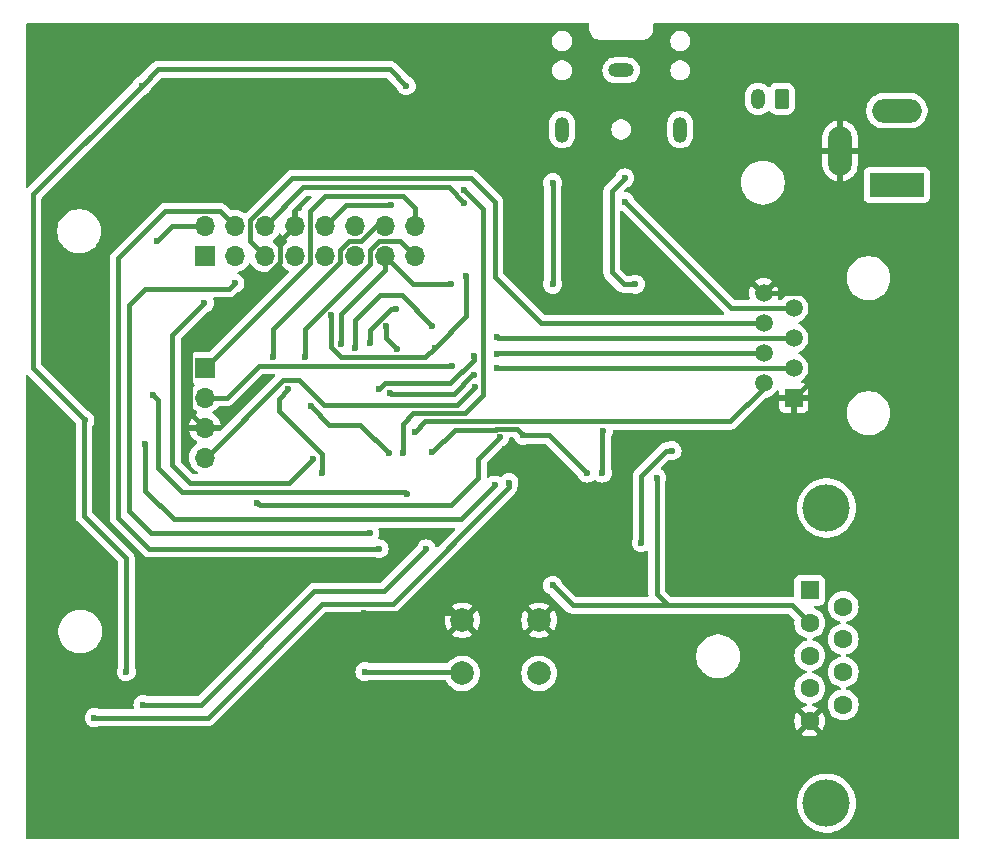
<source format=gbr>
%TF.GenerationSoftware,KiCad,Pcbnew,8.0.1*%
%TF.CreationDate,2024-05-29T14:30:23+02:00*%
%TF.ProjectId,CorntrolHub,436f726e-7472-46f6-9c48-75622e6b6963,rev?*%
%TF.SameCoordinates,Original*%
%TF.FileFunction,Copper,L2,Bot*%
%TF.FilePolarity,Positive*%
%FSLAX46Y46*%
G04 Gerber Fmt 4.6, Leading zero omitted, Abs format (unit mm)*
G04 Created by KiCad (PCBNEW 8.0.1) date 2024-05-29 14:30:23*
%MOMM*%
%LPD*%
G01*
G04 APERTURE LIST*
G04 Aperture macros list*
%AMRoundRect*
0 Rectangle with rounded corners*
0 $1 Rounding radius*
0 $2 $3 $4 $5 $6 $7 $8 $9 X,Y pos of 4 corners*
0 Add a 4 corners polygon primitive as box body*
4,1,4,$2,$3,$4,$5,$6,$7,$8,$9,$2,$3,0*
0 Add four circle primitives for the rounded corners*
1,1,$1+$1,$2,$3*
1,1,$1+$1,$4,$5*
1,1,$1+$1,$6,$7*
1,1,$1+$1,$8,$9*
0 Add four rect primitives between the rounded corners*
20,1,$1+$1,$2,$3,$4,$5,0*
20,1,$1+$1,$4,$5,$6,$7,0*
20,1,$1+$1,$6,$7,$8,$9,0*
20,1,$1+$1,$8,$9,$2,$3,0*%
G04 Aperture macros list end*
%TA.AperFunction,ComponentPad*%
%ADD10R,1.700000X1.700000*%
%TD*%
%TA.AperFunction,ComponentPad*%
%ADD11O,1.700000X1.700000*%
%TD*%
%TA.AperFunction,ComponentPad*%
%ADD12R,1.500000X1.500000*%
%TD*%
%TA.AperFunction,ComponentPad*%
%ADD13C,1.500000*%
%TD*%
%TA.AperFunction,ComponentPad*%
%ADD14RoundRect,0.250000X0.350000X0.625000X-0.350000X0.625000X-0.350000X-0.625000X0.350000X-0.625000X0*%
%TD*%
%TA.AperFunction,ComponentPad*%
%ADD15O,1.200000X1.750000*%
%TD*%
%TA.AperFunction,ComponentPad*%
%ADD16C,4.000000*%
%TD*%
%TA.AperFunction,ComponentPad*%
%ADD17R,1.600000X1.600000*%
%TD*%
%TA.AperFunction,ComponentPad*%
%ADD18C,1.600000*%
%TD*%
%TA.AperFunction,ComponentPad*%
%ADD19O,1.200000X2.200000*%
%TD*%
%TA.AperFunction,ComponentPad*%
%ADD20O,2.200000X1.200000*%
%TD*%
%TA.AperFunction,ComponentPad*%
%ADD21C,2.000000*%
%TD*%
%TA.AperFunction,ComponentPad*%
%ADD22R,4.600000X2.000000*%
%TD*%
%TA.AperFunction,ComponentPad*%
%ADD23O,4.200000X2.000000*%
%TD*%
%TA.AperFunction,ComponentPad*%
%ADD24O,2.000000X4.200000*%
%TD*%
%TA.AperFunction,ViaPad*%
%ADD25C,0.600000*%
%TD*%
%TA.AperFunction,Conductor*%
%ADD26C,0.400000*%
%TD*%
G04 APERTURE END LIST*
D10*
%TO.P,J6,1,Pin_1*%
%TO.N,Net-(IC1-VDD{slash}VDDA)*%
X120060000Y-87660000D03*
D11*
%TO.P,J6,2,Pin_2*%
%TO.N,SWCLK{slash}BOOT0*%
X120060000Y-90200000D03*
%TO.P,J6,3,Pin_3*%
%TO.N,GNDREF*%
X120060000Y-92740000D03*
%TO.P,J6,4,Pin_4*%
%TO.N,SWDIO*%
X120060000Y-95280000D03*
%TD*%
D12*
%TO.P,J9,1*%
%TO.N,GNDREF*%
X169900000Y-90237500D03*
D13*
%TO.P,J9,2*%
%TO.N,PB5*%
X167360000Y-88967500D03*
%TO.P,J9,3*%
%TO.N,PB6*%
X169900000Y-87697500D03*
%TO.P,J9,4*%
%TO.N,PB7*%
X167360000Y-86427500D03*
%TO.P,J9,5*%
%TO.N,PB8*%
X169900000Y-85157500D03*
%TO.P,J9,6*%
%TO.N,PA11*%
X167360000Y-83887500D03*
%TO.P,J9,7*%
%TO.N,PA12*%
X169900000Y-82617500D03*
%TO.P,J9,8*%
%TO.N,GNDREF*%
X167360000Y-81347500D03*
%TD*%
D14*
%TO.P,BT1,1,+*%
%TO.N,+6V*%
X168890331Y-64905000D03*
D15*
%TO.P,BT1,2,-*%
%TO.N,Net-(BT1--)*%
X166890331Y-64905000D03*
%TD*%
D16*
%TO.P,J7,0*%
%TO.N,N/C*%
X172680000Y-124545000D03*
X172680000Y-99545000D03*
D17*
%TO.P,J7,1,1*%
%TO.N,unconnected-(J7-Pad1)*%
X171260000Y-106505000D03*
D18*
%TO.P,J7,2,2*%
%TO.N,Net-(Q1B-C2)*%
X171260000Y-109275000D03*
%TO.P,J7,3,3*%
%TO.N,Net-(D3-K)*%
X171260000Y-112045000D03*
%TO.P,J7,4,4*%
%TO.N,unconnected-(J7-Pad4)*%
X171260000Y-114815000D03*
%TO.P,J7,5,5*%
%TO.N,GNDREF*%
X171260000Y-117585000D03*
%TO.P,J7,6,6*%
%TO.N,unconnected-(J7-Pad6)*%
X174100000Y-107890000D03*
%TO.P,J7,7,7*%
%TO.N,unconnected-(J7-Pad7)*%
X174100000Y-110660000D03*
%TO.P,J7,8,8*%
%TO.N,unconnected-(J7-Pad8)*%
X174100000Y-113430000D03*
%TO.P,J7,9,9*%
%TO.N,unconnected-(J7-Pad9)*%
X174100000Y-116200000D03*
%TD*%
D19*
%TO.P,J10,R*%
%TO.N,Net-(IC1-VDD{slash}VDDA)*%
X160300000Y-67500000D03*
D20*
%TO.P,J10,S*%
%TO.N,PA15*%
X155300000Y-62500000D03*
D19*
%TO.P,J10,T*%
%TO.N,PB9*%
X150300000Y-67500000D03*
%TD*%
D21*
%TO.P,SW1,1,1*%
%TO.N,NRST*%
X148350000Y-113550000D03*
X141850000Y-113550000D03*
%TO.P,SW1,2,2*%
%TO.N,GNDREF*%
X148350000Y-109050000D03*
X141850000Y-109050000D03*
%TD*%
D10*
%TO.P,J8,1,Pin_1*%
%TO.N,PA0*%
X120060000Y-78200000D03*
D11*
%TO.P,J8,2,Pin_2*%
%TO.N,PA1*%
X120060000Y-75660000D03*
%TO.P,J8,3,Pin_3*%
%TO.N,USART2_TX*%
X122600000Y-78200000D03*
%TO.P,J8,4,Pin_4*%
%TO.N,USART2_RX*%
X122600000Y-75660000D03*
%TO.P,J8,5,Pin_5*%
%TO.N,PA11*%
X125140000Y-78200000D03*
%TO.P,J8,6,Pin_6*%
%TO.N,PA12*%
X125140000Y-75660000D03*
%TO.P,J8,7,Pin_7*%
%TO.N,PA15*%
X127680000Y-78200000D03*
%TO.P,J8,8,Pin_8*%
%TO.N,GNDREF*%
X127680000Y-75660000D03*
%TO.P,J8,9,Pin_9*%
%TO.N,PB5*%
X130220000Y-78200000D03*
%TO.P,J8,10,Pin_10*%
%TO.N,PB6*%
X130220000Y-75660000D03*
%TO.P,J8,11,Pin_11*%
%TO.N,PB7*%
X132760000Y-78200000D03*
%TO.P,J8,12,Pin_12*%
%TO.N,PB8*%
X132760000Y-75660000D03*
%TO.P,J8,13,Pin_13*%
%TO.N,PB9*%
X135300000Y-78200000D03*
%TO.P,J8,14,Pin_14*%
%TO.N,PC14*%
X135300000Y-75660000D03*
%TO.P,J8,15,Pin_15*%
%TO.N,PC15*%
X137840000Y-78200000D03*
%TO.P,J8,16,Pin_16*%
%TO.N,Net-(IC1-VDD{slash}VDDA)*%
X137840000Y-75660000D03*
%TD*%
D22*
%TO.P,J12,1*%
%TO.N,+6V*%
X178640331Y-72205000D03*
D23*
%TO.P,J12,2*%
%TO.N,Net-(BT1--)*%
X178640331Y-65905000D03*
D24*
%TO.P,J12,3*%
%TO.N,GNDREF*%
X173840331Y-69305000D03*
%TD*%
D25*
%TO.N,+6V*%
X109900000Y-92100000D03*
X113400000Y-113400000D03*
X137100000Y-63800000D03*
X114700000Y-63800000D03*
%TO.N,GNDREF*%
X133500000Y-108400000D03*
%TO.N,Net-(IC1-VDD{slash}VDDA)*%
X152400000Y-96600000D03*
X139300000Y-94800000D03*
X147000000Y-93400000D03*
%TO.N,NRST*%
X133600000Y-113400000D03*
%TO.N,PA15*%
X156500000Y-80600000D03*
X155600000Y-71600000D03*
X130700000Y-83200000D03*
X142200000Y-79900000D03*
X139500000Y-86000000D03*
%TO.N,PB9*%
X131600000Y-85700000D03*
X149500000Y-72000000D03*
X140900000Y-80600000D03*
X149500000Y-80600000D03*
%TO.N,Net-(D2-A)*%
X145000000Y-93575000D03*
X124500000Y-99100000D03*
%TO.N,Target1int*%
X135600000Y-94900000D03*
X129000000Y-90900000D03*
%TO.N,Target2Int*%
X142000000Y-72600000D03*
X136800000Y-94900000D03*
%TO.N,Target3Int*%
X137200000Y-98400000D03*
X115700000Y-90000000D03*
%TO.N,Servo3pwm*%
X115000000Y-94100000D03*
X144600000Y-97600000D03*
%TO.N,Target5Int*%
X110700000Y-117300000D03*
X145794975Y-97394975D03*
%TO.N,Servo5pwm*%
X138800000Y-103000000D03*
X114800000Y-116200000D03*
%TO.N,SWCLK{slash}BOOT0*%
X141000000Y-87500000D03*
%TO.N,SWDIO*%
X142900000Y-89300000D03*
%TO.N,Net-(Q1B-C2)*%
X158300000Y-97000000D03*
X149500000Y-106100000D03*
%TO.N,PB8*%
X139300000Y-84100000D03*
X132800000Y-86000000D03*
X144800000Y-85100000D03*
%TO.N,PA12*%
X155600000Y-73600000D03*
X142000000Y-73700000D03*
%TO.N,PB7*%
X134800000Y-89510050D03*
X142800000Y-86700000D03*
X136200000Y-82700000D03*
X144800000Y-86500000D03*
X134000000Y-85600000D03*
%TO.N,PA0*%
X120000000Y-82200000D03*
X129200000Y-95400000D03*
%TO.N,USART2_RX*%
X134800000Y-103000000D03*
%TO.N,PB5*%
X136300000Y-86100000D03*
X135355025Y-84144975D03*
X137800000Y-93100000D03*
%TO.N,PA1*%
X116000000Y-76900000D03*
X130000000Y-96600000D03*
X127100000Y-89500000D03*
%TO.N,PB6*%
X144800000Y-87700000D03*
X142800000Y-88300000D03*
X135800000Y-73900000D03*
X135700000Y-89800000D03*
%TO.N,PC14*%
X125800000Y-86800000D03*
%TO.N,USART2_TX*%
X134000000Y-101700000D03*
X122600000Y-80500000D03*
%TO.N,PC15*%
X128500000Y-86800000D03*
%TO.N,USART1_RX*%
X153800000Y-93000000D03*
X153700000Y-96600000D03*
%TO.N,Net-(Q1B-B2)*%
X157000000Y-102500000D03*
X159600000Y-94700000D03*
%TD*%
D26*
%TO.N,Net-(Q1B-C2)*%
X158300000Y-106800000D02*
X158300000Y-97000000D01*
X159300000Y-107800000D02*
X158300000Y-106800000D01*
X169785000Y-107800000D02*
X159300000Y-107800000D01*
X151200000Y-107800000D02*
X149500000Y-106100000D01*
X169785000Y-107800000D02*
X151200000Y-107800000D01*
X171260000Y-109275000D02*
X169785000Y-107800000D01*
%TO.N,+6V*%
X113400000Y-113400000D02*
X113400000Y-103800000D01*
X105500000Y-87700000D02*
X105500000Y-73000000D01*
X109900000Y-92100000D02*
X105500000Y-87700000D01*
X114700000Y-63800000D02*
X116100000Y-62400000D01*
X109800000Y-100200000D02*
X109800000Y-92200000D01*
X113400000Y-103800000D02*
X109800000Y-100200000D01*
X105500000Y-73000000D02*
X114700000Y-63800000D01*
X135700000Y-62400000D02*
X137100000Y-63800000D01*
X116100000Y-62400000D02*
X135700000Y-62400000D01*
X109800000Y-92200000D02*
X109900000Y-92100000D01*
%TO.N,GNDREF*%
X169900000Y-90237500D02*
X171440331Y-88697169D01*
X133500000Y-108400000D02*
X141200000Y-108400000D01*
X171440331Y-88697169D02*
X171440331Y-82141154D01*
X126430000Y-78677767D02*
X126430000Y-76910000D01*
X118810000Y-86297767D02*
X126430000Y-78677767D01*
X118810000Y-91490000D02*
X118810000Y-86297767D01*
X126430000Y-76910000D02*
X127680000Y-75660000D01*
X120060000Y-92740000D02*
X118810000Y-91490000D01*
X170646677Y-81347500D02*
X167750331Y-81347500D01*
X141200000Y-108400000D02*
X141850000Y-109050000D01*
X171440331Y-82141154D02*
X170646677Y-81347500D01*
%TO.N,Net-(IC1-VDD{slash}VDDA)*%
X147000000Y-93400000D02*
X146475000Y-92875000D01*
X146475000Y-92875000D02*
X144710050Y-92875000D01*
X144710050Y-92875000D02*
X144685050Y-92900000D01*
X136800000Y-73100000D02*
X130250000Y-73100000D01*
X141200000Y-92900000D02*
X139300000Y-94800000D01*
X144685050Y-92900000D02*
X141200000Y-92900000D01*
X128930000Y-74420000D02*
X128930000Y-78790000D01*
X137840000Y-74140000D02*
X136800000Y-73100000D01*
X149200000Y-93400000D02*
X152400000Y-96600000D01*
X147000000Y-93400000D02*
X149200000Y-93400000D01*
X130250000Y-73100000D02*
X128930000Y-74420000D01*
X137840000Y-75660000D02*
X137840000Y-74140000D01*
X128930000Y-78790000D02*
X120060000Y-87660000D01*
%TO.N,NRST*%
X141700000Y-113400000D02*
X133600000Y-113400000D01*
X141800000Y-113500000D02*
X141700000Y-113400000D01*
%TO.N,PA15*%
X154500000Y-79600000D02*
X155500000Y-80600000D01*
X139500000Y-86000000D02*
X138700000Y-86800000D01*
X154500000Y-72700000D02*
X154500000Y-79600000D01*
X142200000Y-79900000D02*
X142200000Y-83300000D01*
X155500000Y-80600000D02*
X156500000Y-80600000D01*
X142200000Y-83300000D02*
X139500000Y-86000000D01*
X138700000Y-86800000D02*
X131600000Y-86800000D01*
X130700000Y-85900000D02*
X130700000Y-83200000D01*
X155600000Y-71600000D02*
X154500000Y-72700000D01*
X131600000Y-86800000D02*
X130700000Y-85900000D01*
%TO.N,PB9*%
X149500000Y-72000000D02*
X149500000Y-80600000D01*
X131600000Y-83100000D02*
X135300000Y-79400000D01*
X137700000Y-80600000D02*
X135300000Y-78200000D01*
X135300000Y-79400000D02*
X135300000Y-78200000D01*
X140900000Y-80600000D02*
X137700000Y-80600000D01*
X131600000Y-85700000D02*
X131600000Y-83100000D01*
%TO.N,Net-(D2-A)*%
X143200000Y-95375000D02*
X143200000Y-97000000D01*
X124700000Y-99300000D02*
X124500000Y-99100000D01*
X143200000Y-97000000D02*
X140900000Y-99300000D01*
X145000000Y-93575000D02*
X143200000Y-95375000D01*
X140900000Y-99300000D02*
X124700000Y-99300000D01*
%TO.N,Target1int*%
X129000000Y-90900000D02*
X130600000Y-92500000D01*
X130600000Y-92500000D02*
X133200000Y-92500000D01*
X133200000Y-92500000D02*
X135600000Y-94900000D01*
%TO.N,Target2Int*%
X136800000Y-92410050D02*
X136800000Y-94900000D01*
X143600000Y-90000000D02*
X142100000Y-91500000D01*
X143600000Y-74200000D02*
X143600000Y-90000000D01*
X142100000Y-91500000D02*
X137710050Y-91500000D01*
X142000000Y-72600000D02*
X143600000Y-74200000D01*
X137710050Y-91500000D02*
X136800000Y-92410050D01*
%TO.N,Target3Int*%
X115700000Y-90000000D02*
X116100000Y-90400000D01*
X116100000Y-96200000D02*
X118100000Y-98200000D01*
X137000000Y-98200000D02*
X137200000Y-98400000D01*
X118100000Y-98200000D02*
X137000000Y-98200000D01*
X116100000Y-90400000D02*
X116100000Y-96200000D01*
%TO.N,Servo3pwm*%
X141700000Y-100500000D02*
X144600000Y-97600000D01*
X117400000Y-100500000D02*
X141700000Y-100500000D01*
X115000000Y-94100000D02*
X115000000Y-98100000D01*
X115000000Y-98100000D02*
X117400000Y-100500000D01*
%TO.N,Target5Int*%
X120300000Y-117300000D02*
X110700000Y-117300000D01*
X129950000Y-107650000D02*
X120300000Y-117300000D01*
X145794975Y-97805025D02*
X135950000Y-107650000D01*
X145794975Y-97394975D02*
X145794975Y-97805025D01*
X135950000Y-107650000D02*
X129950000Y-107650000D01*
%TO.N,Servo5pwm*%
X119700000Y-116200000D02*
X114800000Y-116200000D01*
X129300000Y-106600000D02*
X119700000Y-116200000D01*
X135200000Y-106600000D02*
X129300000Y-106600000D01*
X138800000Y-103000000D02*
X135200000Y-106600000D01*
%TO.N,SWCLK{slash}BOOT0*%
X141000000Y-87500000D02*
X124600000Y-87500000D01*
X121900000Y-90200000D02*
X120060000Y-90200000D01*
X124600000Y-87500000D02*
X121900000Y-90200000D01*
%TO.N,SWDIO*%
X120120000Y-95280000D02*
X126700000Y-88700000D01*
X130100000Y-90800000D02*
X141400000Y-90800000D01*
X141400000Y-90800000D02*
X142900000Y-89300000D01*
X126700000Y-88700000D02*
X128000000Y-88700000D01*
X120060000Y-95280000D02*
X120120000Y-95280000D01*
X128000000Y-88700000D02*
X130100000Y-90800000D01*
%TO.N,PB8*%
X136700000Y-81500000D02*
X139300000Y-84100000D01*
X132800000Y-83600000D02*
X134900000Y-81500000D01*
X134900000Y-81500000D02*
X136700000Y-81500000D01*
X144800000Y-85100000D02*
X144857500Y-85157500D01*
X132800000Y-86000000D02*
X132800000Y-83600000D01*
X144857500Y-85157500D02*
X169900000Y-85157500D01*
%TO.N,PA12*%
X125140000Y-75660000D02*
X128400000Y-72400000D01*
X140700000Y-72400000D02*
X142000000Y-73700000D01*
X164617500Y-82617500D02*
X169900000Y-82617500D01*
X128400000Y-72400000D02*
X140700000Y-72400000D01*
X155600000Y-73600000D02*
X164617500Y-82617500D01*
%TO.N,PB7*%
X142800000Y-87000000D02*
X142800000Y-86700000D01*
X144872500Y-86427500D02*
X144800000Y-86500000D01*
X167360000Y-86427500D02*
X144872500Y-86427500D01*
X134800000Y-89510050D02*
X135310050Y-89000000D01*
X135810050Y-82700000D02*
X134000000Y-84510050D01*
X136200000Y-82700000D02*
X135810050Y-82700000D01*
X135310050Y-89000000D02*
X140800000Y-89000000D01*
X134000000Y-84510050D02*
X134000000Y-85600000D01*
X140800000Y-89000000D02*
X142800000Y-87000000D01*
%TO.N,PA0*%
X127200000Y-97400000D02*
X129200000Y-95400000D01*
X118800000Y-97400000D02*
X127200000Y-97400000D01*
X117300000Y-95900000D02*
X118800000Y-97400000D01*
X117300000Y-84900000D02*
X117300000Y-95900000D01*
X120000000Y-82200000D02*
X117300000Y-84900000D01*
%TO.N,USART2_RX*%
X134800000Y-103000000D02*
X115300000Y-103000000D01*
X112700000Y-100400000D02*
X112700000Y-78400000D01*
X121350000Y-74410000D02*
X122600000Y-75660000D01*
X112700000Y-78400000D02*
X116690000Y-74410000D01*
X115300000Y-103000000D02*
X112700000Y-100400000D01*
X116690000Y-74410000D02*
X121350000Y-74410000D01*
%TO.N,PB5*%
X135355025Y-85155025D02*
X136300000Y-86100000D01*
X167360000Y-89357831D02*
X164517831Y-92200000D01*
X135355025Y-84144975D02*
X135355025Y-85155025D01*
X167360000Y-88967500D02*
X167360000Y-89357831D01*
X164517831Y-92200000D02*
X138700000Y-92200000D01*
X138700000Y-92200000D02*
X137800000Y-93100000D01*
%TO.N,PA1*%
X126300000Y-91300000D02*
X126300000Y-90300000D01*
X130000000Y-95000000D02*
X126300000Y-91300000D01*
X116000000Y-76900000D02*
X117240000Y-75660000D01*
X126300000Y-90300000D02*
X127100000Y-89500000D01*
X117240000Y-75660000D02*
X120060000Y-75660000D01*
X130000000Y-96600000D02*
X130000000Y-95000000D01*
%TO.N,PB6*%
X141110273Y-89889727D02*
X142700000Y-88300000D01*
X142700000Y-88300000D02*
X142800000Y-88300000D01*
X135800000Y-73900000D02*
X131980000Y-73900000D01*
X135789727Y-89889727D02*
X141110273Y-89889727D01*
X144802500Y-87697500D02*
X144800000Y-87700000D01*
X131980000Y-73900000D02*
X130220000Y-75660000D01*
X135700000Y-89800000D02*
X135789727Y-89889727D01*
X169900000Y-87697500D02*
X144802500Y-87697500D01*
%TO.N,PC14*%
X133277767Y-76910000D02*
X134527767Y-75660000D01*
X134527767Y-75660000D02*
X135300000Y-75660000D01*
X125800000Y-84387767D02*
X131470000Y-78717767D01*
X132242233Y-76910000D02*
X133277767Y-76910000D01*
X125800000Y-86800000D02*
X125800000Y-84387767D01*
X131470000Y-77682233D02*
X132242233Y-76910000D01*
X131470000Y-78717767D02*
X131470000Y-77682233D01*
%TO.N,USART2_TX*%
X122100000Y-81000000D02*
X115000000Y-81000000D01*
X115000000Y-81000000D02*
X113600000Y-82400000D01*
X122600000Y-80500000D02*
X122100000Y-81000000D01*
X113600000Y-99800000D02*
X115500000Y-101700000D01*
X115500000Y-101700000D02*
X134000000Y-101700000D01*
X113600000Y-82400000D02*
X113600000Y-99800000D01*
%TO.N,PC15*%
X134010000Y-78890000D02*
X134010000Y-77682233D01*
X128500000Y-84400000D02*
X134010000Y-78890000D01*
X136550000Y-76910000D02*
X137840000Y-78200000D01*
X128500000Y-86800000D02*
X128500000Y-84400000D01*
X134782233Y-76910000D02*
X136550000Y-76910000D01*
X134010000Y-77682233D02*
X134782233Y-76910000D01*
%TO.N,PA11*%
X127432233Y-71600000D02*
X142589950Y-71600000D01*
X144600000Y-80000000D02*
X148487500Y-83887500D01*
X123890000Y-76950000D02*
X123890000Y-75142233D01*
X142589950Y-71600000D02*
X144600000Y-73610050D01*
X123890000Y-75142233D02*
X127432233Y-71600000D01*
X148487500Y-83887500D02*
X167360000Y-83887500D01*
X125140000Y-78200000D02*
X123890000Y-76950000D01*
X144600000Y-73610050D02*
X144600000Y-80000000D01*
%TO.N,USART1_RX*%
X153700000Y-96600000D02*
X153700000Y-93100000D01*
X153700000Y-93100000D02*
X153800000Y-93000000D01*
%TO.N,Net-(Q1B-B2)*%
X157000000Y-96800000D02*
X157000000Y-102500000D01*
X159600000Y-94700000D02*
X159100000Y-94700000D01*
X159100000Y-94700000D02*
X157000000Y-96800000D01*
%TD*%
%TA.AperFunction,Conductor*%
%TO.N,GNDREF*%
G36*
X126494855Y-78866546D02*
G01*
X126511575Y-78885842D01*
X126641500Y-79071395D01*
X126641505Y-79071401D01*
X126808599Y-79238495D01*
X126896040Y-79299722D01*
X127002165Y-79374032D01*
X127002167Y-79374033D01*
X127002170Y-79374035D01*
X127082506Y-79411496D01*
X127134945Y-79457668D01*
X127154097Y-79524862D01*
X127133881Y-79591743D01*
X127117782Y-79611559D01*
X120456160Y-86273181D01*
X120394837Y-86306666D01*
X120368479Y-86309500D01*
X119162129Y-86309500D01*
X119162123Y-86309501D01*
X119102516Y-86315908D01*
X118967671Y-86366202D01*
X118967664Y-86366206D01*
X118852455Y-86452452D01*
X118852452Y-86452455D01*
X118766206Y-86567664D01*
X118766202Y-86567671D01*
X118715908Y-86702517D01*
X118709501Y-86762116D01*
X118709500Y-86762135D01*
X118709500Y-88557870D01*
X118709501Y-88557876D01*
X118715908Y-88617483D01*
X118766202Y-88752328D01*
X118766206Y-88752335D01*
X118852452Y-88867544D01*
X118852455Y-88867547D01*
X118967664Y-88953793D01*
X118967671Y-88953797D01*
X119099081Y-89002810D01*
X119155015Y-89044681D01*
X119179432Y-89110145D01*
X119164580Y-89178418D01*
X119143430Y-89206673D01*
X119021503Y-89328600D01*
X118885965Y-89522169D01*
X118885964Y-89522171D01*
X118786098Y-89736335D01*
X118786094Y-89736344D01*
X118724938Y-89964586D01*
X118724936Y-89964596D01*
X118704341Y-90199999D01*
X118704341Y-90200000D01*
X118724936Y-90435403D01*
X118724938Y-90435411D01*
X118786094Y-90663655D01*
X118786096Y-90663659D01*
X118786097Y-90663663D01*
X118845549Y-90791157D01*
X118885965Y-90877830D01*
X118885967Y-90877834D01*
X119021501Y-91071395D01*
X119021506Y-91071402D01*
X119188597Y-91238493D01*
X119188603Y-91238498D01*
X119259041Y-91287819D01*
X119330692Y-91337990D01*
X119374594Y-91368730D01*
X119418219Y-91423307D01*
X119425413Y-91492805D01*
X119393890Y-91555160D01*
X119374595Y-91571880D01*
X119188922Y-91701890D01*
X119188920Y-91701891D01*
X119021891Y-91868920D01*
X119021886Y-91868926D01*
X118886400Y-92062420D01*
X118886399Y-92062422D01*
X118786570Y-92276507D01*
X118786567Y-92276513D01*
X118729364Y-92489999D01*
X118729364Y-92490000D01*
X119626988Y-92490000D01*
X119594075Y-92547007D01*
X119560000Y-92674174D01*
X119560000Y-92805826D01*
X119594075Y-92932993D01*
X119626988Y-92990000D01*
X118729364Y-92990000D01*
X118786567Y-93203486D01*
X118786570Y-93203492D01*
X118886399Y-93417578D01*
X119021894Y-93611082D01*
X119188917Y-93778105D01*
X119374595Y-93908119D01*
X119418219Y-93962696D01*
X119425412Y-94032195D01*
X119393890Y-94094549D01*
X119374595Y-94111269D01*
X119188594Y-94241508D01*
X119021505Y-94408597D01*
X118885965Y-94602169D01*
X118885964Y-94602171D01*
X118806481Y-94772623D01*
X118786098Y-94816336D01*
X118786094Y-94816344D01*
X118724938Y-95044586D01*
X118724936Y-95044596D01*
X118704341Y-95279999D01*
X118704341Y-95280000D01*
X118724936Y-95515403D01*
X118724938Y-95515413D01*
X118786094Y-95743655D01*
X118786096Y-95743659D01*
X118786097Y-95743663D01*
X118868192Y-95919715D01*
X118885965Y-95957830D01*
X118885967Y-95957834D01*
X118894615Y-95970184D01*
X119021505Y-96151401D01*
X119188599Y-96318495D01*
X119285384Y-96386265D01*
X119382165Y-96454032D01*
X119382167Y-96454033D01*
X119382170Y-96454035D01*
X119401649Y-96463118D01*
X119454088Y-96509291D01*
X119473240Y-96576484D01*
X119453024Y-96643365D01*
X119399859Y-96688700D01*
X119349244Y-96699500D01*
X119141518Y-96699500D01*
X119074479Y-96679815D01*
X119053837Y-96663181D01*
X118036819Y-95646162D01*
X118003334Y-95584839D01*
X118000500Y-95558481D01*
X118000500Y-85241518D01*
X118020185Y-85174479D01*
X118036814Y-85153842D01*
X120199290Y-82991365D01*
X120246013Y-82962007D01*
X120349522Y-82925789D01*
X120502262Y-82829816D01*
X120629816Y-82702262D01*
X120725789Y-82549522D01*
X120785368Y-82379255D01*
X120805565Y-82200000D01*
X120804232Y-82188170D01*
X120785369Y-82020750D01*
X120785367Y-82020742D01*
X120731030Y-81865454D01*
X120727469Y-81795676D01*
X120762198Y-81735048D01*
X120824191Y-81702821D01*
X120848072Y-81700500D01*
X122168996Y-81700500D01*
X122260040Y-81682389D01*
X122304328Y-81673580D01*
X122380876Y-81641873D01*
X122431807Y-81620777D01*
X122431808Y-81620776D01*
X122431811Y-81620775D01*
X122546543Y-81544114D01*
X122799292Y-81291363D01*
X122846013Y-81262007D01*
X122949522Y-81225789D01*
X123102262Y-81129816D01*
X123229816Y-81002262D01*
X123325789Y-80849522D01*
X123385368Y-80679255D01*
X123387771Y-80657927D01*
X123405565Y-80500003D01*
X123405565Y-80499996D01*
X123385369Y-80320750D01*
X123385368Y-80320745D01*
X123360781Y-80250479D01*
X123325789Y-80150478D01*
X123229816Y-79997738D01*
X123102262Y-79870184D01*
X123061948Y-79844853D01*
X122949519Y-79774208D01*
X122892418Y-79754228D01*
X122835642Y-79713506D01*
X122809895Y-79648553D01*
X122823352Y-79579992D01*
X122871739Y-79529589D01*
X122901276Y-79517413D01*
X123032825Y-79482166D01*
X123063653Y-79473906D01*
X123063654Y-79473905D01*
X123063663Y-79473903D01*
X123277830Y-79374035D01*
X123471401Y-79238495D01*
X123638495Y-79071401D01*
X123768425Y-78885842D01*
X123823002Y-78842217D01*
X123892500Y-78835023D01*
X123954855Y-78866546D01*
X123971575Y-78885842D01*
X124101500Y-79071395D01*
X124101505Y-79071401D01*
X124268599Y-79238495D01*
X124356040Y-79299722D01*
X124462165Y-79374032D01*
X124462167Y-79374033D01*
X124462170Y-79374035D01*
X124676337Y-79473903D01*
X124676343Y-79473904D01*
X124676344Y-79473905D01*
X124707175Y-79482166D01*
X124904592Y-79535063D01*
X125081034Y-79550500D01*
X125139999Y-79555659D01*
X125140000Y-79555659D01*
X125140001Y-79555659D01*
X125198966Y-79550500D01*
X125375408Y-79535063D01*
X125603663Y-79473903D01*
X125817830Y-79374035D01*
X126011401Y-79238495D01*
X126178495Y-79071401D01*
X126308425Y-78885842D01*
X126363002Y-78842217D01*
X126432500Y-78835023D01*
X126494855Y-78866546D01*
G37*
%TD.AperFunction*%
%TA.AperFunction,Conductor*%
G36*
X125976520Y-88220185D02*
G01*
X126022275Y-88272989D01*
X126032219Y-88342147D01*
X126003194Y-88405703D01*
X125997162Y-88412181D01*
X121455660Y-92953681D01*
X121394337Y-92987166D01*
X121367979Y-92990000D01*
X120493012Y-92990000D01*
X120525925Y-92932993D01*
X120560000Y-92805826D01*
X120560000Y-92674174D01*
X120525925Y-92547007D01*
X120493012Y-92490000D01*
X121390636Y-92490000D01*
X121390635Y-92489999D01*
X121333432Y-92276513D01*
X121333429Y-92276507D01*
X121233600Y-92062422D01*
X121233599Y-92062420D01*
X121098113Y-91868926D01*
X121098108Y-91868920D01*
X120931078Y-91701890D01*
X120745405Y-91571879D01*
X120701780Y-91517302D01*
X120694588Y-91447804D01*
X120726110Y-91385449D01*
X120745406Y-91368730D01*
X120779743Y-91344687D01*
X120931401Y-91238495D01*
X121098495Y-91071401D01*
X121181136Y-90953376D01*
X121235713Y-90909752D01*
X121282711Y-90900500D01*
X121968996Y-90900500D01*
X122082962Y-90877830D01*
X122104328Y-90873580D01*
X122168069Y-90847177D01*
X122231807Y-90820777D01*
X122231808Y-90820776D01*
X122231811Y-90820775D01*
X122346543Y-90744114D01*
X124853838Y-88236819D01*
X124915161Y-88203334D01*
X124941519Y-88200500D01*
X125909481Y-88200500D01*
X125976520Y-88220185D01*
G37*
%TD.AperFunction*%
%TA.AperFunction,Conductor*%
G36*
X126495160Y-76326110D02*
G01*
X126511879Y-76345405D01*
X126641890Y-76531078D01*
X126808917Y-76698105D01*
X126994595Y-76828119D01*
X127038219Y-76882696D01*
X127045412Y-76952195D01*
X127013890Y-77014549D01*
X126994595Y-77031269D01*
X126808594Y-77161508D01*
X126641505Y-77328597D01*
X126511575Y-77514158D01*
X126456998Y-77557783D01*
X126387500Y-77564977D01*
X126325145Y-77533454D01*
X126308425Y-77514158D01*
X126178494Y-77328597D01*
X126011402Y-77161506D01*
X126011396Y-77161501D01*
X125825842Y-77031575D01*
X125782217Y-76976998D01*
X125775023Y-76907500D01*
X125806546Y-76845145D01*
X125825842Y-76828425D01*
X125988332Y-76714648D01*
X126011401Y-76698495D01*
X126178495Y-76531401D01*
X126308730Y-76345405D01*
X126363307Y-76301781D01*
X126432805Y-76294587D01*
X126495160Y-76326110D01*
G37*
%TD.AperFunction*%
%TA.AperFunction,Conductor*%
G36*
X129026520Y-73120185D02*
G01*
X129072275Y-73172989D01*
X129082219Y-73242147D01*
X129053194Y-73305703D01*
X129047162Y-73312181D01*
X128385888Y-73973453D01*
X128385887Y-73973454D01*
X128309222Y-74088192D01*
X128256421Y-74215667D01*
X128256418Y-74215677D01*
X128244260Y-74276800D01*
X128211875Y-74338711D01*
X128151159Y-74373285D01*
X128090549Y-74372383D01*
X127930000Y-74329364D01*
X127930000Y-75226988D01*
X127872993Y-75194075D01*
X127745826Y-75160000D01*
X127614174Y-75160000D01*
X127487007Y-75194075D01*
X127430000Y-75226988D01*
X127430000Y-74412018D01*
X127449685Y-74344979D01*
X127466319Y-74324337D01*
X127574980Y-74215677D01*
X128653838Y-73136819D01*
X128715161Y-73103334D01*
X128741519Y-73100500D01*
X128959481Y-73100500D01*
X129026520Y-73120185D01*
G37*
%TD.AperFunction*%
%TA.AperFunction,Conductor*%
G36*
X148675233Y-58484725D02*
G01*
X148698383Y-58490927D01*
X148734108Y-58500500D01*
X152475500Y-58500500D01*
X152542539Y-58520185D01*
X152588294Y-58572989D01*
X152599500Y-58624500D01*
X152599500Y-59088695D01*
X152634103Y-59262658D01*
X152634106Y-59262667D01*
X152701983Y-59426540D01*
X152701990Y-59426553D01*
X152800535Y-59574034D01*
X152800538Y-59574038D01*
X152925961Y-59699461D01*
X152925965Y-59699464D01*
X153073446Y-59798009D01*
X153073459Y-59798016D01*
X153196363Y-59848923D01*
X153237334Y-59865894D01*
X153237336Y-59865894D01*
X153237341Y-59865896D01*
X153411304Y-59900499D01*
X153411307Y-59900500D01*
X153411309Y-59900500D01*
X157188693Y-59900500D01*
X157188694Y-59900499D01*
X157246682Y-59888964D01*
X157362658Y-59865896D01*
X157362661Y-59865894D01*
X157362666Y-59865894D01*
X157526547Y-59798013D01*
X157674035Y-59699464D01*
X157799464Y-59574035D01*
X157898013Y-59426547D01*
X157965894Y-59262666D01*
X157969151Y-59246295D01*
X158000499Y-59088695D01*
X158000500Y-59088693D01*
X158000500Y-58624500D01*
X158020185Y-58557461D01*
X158072989Y-58511706D01*
X158124500Y-58500500D01*
X161865890Y-58500500D01*
X161865892Y-58500500D01*
X161907622Y-58489318D01*
X161924767Y-58484725D01*
X161956859Y-58480500D01*
X183765831Y-58480500D01*
X183832870Y-58500185D01*
X183878625Y-58552989D01*
X183889831Y-58604500D01*
X183889831Y-127455500D01*
X183870146Y-127522539D01*
X183817342Y-127568294D01*
X183765831Y-127579500D01*
X105014831Y-127579500D01*
X104947792Y-127559815D01*
X104902037Y-127507011D01*
X104890831Y-127455500D01*
X104890831Y-124545005D01*
X170174556Y-124545005D01*
X170194310Y-124859004D01*
X170194311Y-124859011D01*
X170253270Y-125168083D01*
X170350497Y-125467316D01*
X170350499Y-125467321D01*
X170484461Y-125752003D01*
X170484464Y-125752009D01*
X170653051Y-126017661D01*
X170653054Y-126017665D01*
X170853606Y-126260090D01*
X170853608Y-126260092D01*
X171082968Y-126475476D01*
X171082978Y-126475484D01*
X171337504Y-126660408D01*
X171337509Y-126660410D01*
X171337516Y-126660416D01*
X171613234Y-126811994D01*
X171613239Y-126811996D01*
X171613241Y-126811997D01*
X171613242Y-126811998D01*
X171905771Y-126927818D01*
X171905774Y-126927819D01*
X172210523Y-127006065D01*
X172210527Y-127006066D01*
X172276010Y-127014338D01*
X172522670Y-127045499D01*
X172522679Y-127045499D01*
X172522682Y-127045500D01*
X172522684Y-127045500D01*
X172837316Y-127045500D01*
X172837318Y-127045500D01*
X172837321Y-127045499D01*
X172837329Y-127045499D01*
X173023593Y-127021968D01*
X173149473Y-127006066D01*
X173454225Y-126927819D01*
X173454228Y-126927818D01*
X173746757Y-126811998D01*
X173746758Y-126811997D01*
X173746756Y-126811997D01*
X173746766Y-126811994D01*
X174022484Y-126660416D01*
X174277030Y-126475478D01*
X174506390Y-126260094D01*
X174706947Y-126017663D01*
X174875537Y-125752007D01*
X175009503Y-125467315D01*
X175106731Y-125168079D01*
X175165688Y-124859015D01*
X175185444Y-124545000D01*
X175165688Y-124230985D01*
X175106731Y-123921921D01*
X175009503Y-123622685D01*
X174875537Y-123337993D01*
X174706947Y-123072337D01*
X174706945Y-123072334D01*
X174506393Y-122829909D01*
X174506391Y-122829907D01*
X174277031Y-122614523D01*
X174277021Y-122614515D01*
X174022495Y-122429591D01*
X174022488Y-122429586D01*
X174022484Y-122429584D01*
X173746766Y-122278006D01*
X173746763Y-122278004D01*
X173746758Y-122278002D01*
X173746757Y-122278001D01*
X173454228Y-122162181D01*
X173454225Y-122162180D01*
X173149476Y-122083934D01*
X173149463Y-122083932D01*
X172837329Y-122044500D01*
X172837318Y-122044500D01*
X172522682Y-122044500D01*
X172522670Y-122044500D01*
X172210536Y-122083932D01*
X172210523Y-122083934D01*
X171905774Y-122162180D01*
X171905771Y-122162181D01*
X171613242Y-122278001D01*
X171613241Y-122278002D01*
X171337516Y-122429584D01*
X171337504Y-122429591D01*
X171082978Y-122614515D01*
X171082968Y-122614523D01*
X170853608Y-122829907D01*
X170853606Y-122829909D01*
X170653054Y-123072334D01*
X170653051Y-123072338D01*
X170484464Y-123337990D01*
X170484461Y-123337996D01*
X170350499Y-123622678D01*
X170350497Y-123622683D01*
X170253270Y-123921916D01*
X170194311Y-124230988D01*
X170194310Y-124230995D01*
X170174556Y-124544994D01*
X170174556Y-124545005D01*
X104890831Y-124545005D01*
X104890831Y-117300003D01*
X109894435Y-117300003D01*
X109914630Y-117479249D01*
X109914631Y-117479254D01*
X109974211Y-117649523D01*
X109975030Y-117650826D01*
X110070184Y-117802262D01*
X110197738Y-117929816D01*
X110211643Y-117938553D01*
X110350474Y-118025787D01*
X110350478Y-118025789D01*
X110422313Y-118050925D01*
X110520745Y-118085368D01*
X110520750Y-118085369D01*
X110699996Y-118105565D01*
X110700000Y-118105565D01*
X110700004Y-118105565D01*
X110879249Y-118085369D01*
X110879252Y-118085368D01*
X110879255Y-118085368D01*
X111049522Y-118025789D01*
X111050488Y-118025181D01*
X111059523Y-118019506D01*
X111125494Y-118000500D01*
X120368996Y-118000500D01*
X120460040Y-117982389D01*
X120504328Y-117973580D01*
X120588891Y-117938553D01*
X120631807Y-117920777D01*
X120631808Y-117920776D01*
X120631811Y-117920775D01*
X120746543Y-117844114D01*
X125190654Y-113400003D01*
X132794435Y-113400003D01*
X132814630Y-113579249D01*
X132814631Y-113579254D01*
X132874211Y-113749523D01*
X132953989Y-113876488D01*
X132970184Y-113902262D01*
X133097738Y-114029816D01*
X133112165Y-114038881D01*
X133250474Y-114125787D01*
X133250478Y-114125789D01*
X133354726Y-114162267D01*
X133420745Y-114185368D01*
X133420750Y-114185369D01*
X133599996Y-114205565D01*
X133600000Y-114205565D01*
X133600004Y-114205565D01*
X133779249Y-114185369D01*
X133779252Y-114185368D01*
X133779255Y-114185368D01*
X133949522Y-114125789D01*
X133950488Y-114125181D01*
X133959523Y-114119506D01*
X134025494Y-114100500D01*
X140371952Y-114100500D01*
X140438991Y-114120185D01*
X140484746Y-114172989D01*
X140485508Y-114174690D01*
X140525826Y-114266606D01*
X140661833Y-114474782D01*
X140661836Y-114474785D01*
X140830256Y-114657738D01*
X141026491Y-114810474D01*
X141026493Y-114810475D01*
X141181816Y-114894532D01*
X141245190Y-114928828D01*
X141480386Y-115009571D01*
X141725665Y-115050500D01*
X141974335Y-115050500D01*
X142219614Y-115009571D01*
X142454810Y-114928828D01*
X142673509Y-114810474D01*
X142869744Y-114657738D01*
X143038164Y-114474785D01*
X143174173Y-114266607D01*
X143274063Y-114038881D01*
X143335108Y-113797821D01*
X143346802Y-113656697D01*
X143355643Y-113550005D01*
X146844357Y-113550005D01*
X146864890Y-113797812D01*
X146864892Y-113797824D01*
X146925936Y-114038881D01*
X147025826Y-114266606D01*
X147161833Y-114474782D01*
X147161836Y-114474785D01*
X147330256Y-114657738D01*
X147526491Y-114810474D01*
X147526493Y-114810475D01*
X147681816Y-114894532D01*
X147745190Y-114928828D01*
X147980386Y-115009571D01*
X148225665Y-115050500D01*
X148474335Y-115050500D01*
X148719614Y-115009571D01*
X148954810Y-114928828D01*
X149173509Y-114810474D01*
X149369744Y-114657738D01*
X149538164Y-114474785D01*
X149674173Y-114266607D01*
X149774063Y-114038881D01*
X149835108Y-113797821D01*
X149846802Y-113656697D01*
X149855643Y-113550005D01*
X149855643Y-113549994D01*
X149835109Y-113302187D01*
X149835107Y-113302175D01*
X149774063Y-113061118D01*
X149674173Y-112833393D01*
X149538166Y-112625217D01*
X149506536Y-112590858D01*
X149369744Y-112442262D01*
X149173509Y-112289526D01*
X149173507Y-112289525D01*
X149173506Y-112289524D01*
X149047417Y-112221288D01*
X161649500Y-112221288D01*
X161681161Y-112461785D01*
X161743947Y-112696104D01*
X161827467Y-112897738D01*
X161836776Y-112920212D01*
X161958064Y-113130289D01*
X161958066Y-113130292D01*
X161958067Y-113130293D01*
X162105733Y-113322736D01*
X162105739Y-113322743D01*
X162277256Y-113494260D01*
X162277263Y-113494266D01*
X162349897Y-113550000D01*
X162469711Y-113641936D01*
X162679788Y-113763224D01*
X162903900Y-113856054D01*
X163138211Y-113918838D01*
X163318586Y-113942584D01*
X163378711Y-113950500D01*
X163378712Y-113950500D01*
X163621289Y-113950500D01*
X163669388Y-113944167D01*
X163861789Y-113918838D01*
X164096100Y-113856054D01*
X164320212Y-113763224D01*
X164530289Y-113641936D01*
X164722738Y-113494265D01*
X164894265Y-113322738D01*
X165041936Y-113130289D01*
X165163224Y-112920212D01*
X165256054Y-112696100D01*
X165318838Y-112461789D01*
X165350500Y-112221288D01*
X165350500Y-111978712D01*
X165348756Y-111965468D01*
X165333621Y-111850500D01*
X165318838Y-111738211D01*
X165256054Y-111503900D01*
X165163224Y-111279788D01*
X165041936Y-111069711D01*
X164981018Y-110990321D01*
X164894266Y-110877263D01*
X164894260Y-110877256D01*
X164722743Y-110705739D01*
X164722736Y-110705733D01*
X164530293Y-110558067D01*
X164530292Y-110558066D01*
X164530289Y-110558064D01*
X164320212Y-110436776D01*
X164311852Y-110433313D01*
X164096104Y-110343947D01*
X163861785Y-110281161D01*
X163621289Y-110249500D01*
X163621288Y-110249500D01*
X163378712Y-110249500D01*
X163378711Y-110249500D01*
X163138214Y-110281161D01*
X162903895Y-110343947D01*
X162679794Y-110436773D01*
X162679785Y-110436777D01*
X162469706Y-110558067D01*
X162277263Y-110705733D01*
X162277256Y-110705739D01*
X162105739Y-110877256D01*
X162105733Y-110877263D01*
X161958067Y-111069706D01*
X161836777Y-111279785D01*
X161836773Y-111279794D01*
X161743947Y-111503895D01*
X161681161Y-111738214D01*
X161649500Y-111978711D01*
X161649500Y-112221288D01*
X149047417Y-112221288D01*
X148954811Y-112171172D01*
X148954802Y-112171169D01*
X148719616Y-112090429D01*
X148474335Y-112049500D01*
X148225665Y-112049500D01*
X147980383Y-112090429D01*
X147745197Y-112171169D01*
X147745188Y-112171172D01*
X147526493Y-112289524D01*
X147330257Y-112442261D01*
X147161833Y-112625217D01*
X147025826Y-112833393D01*
X146925936Y-113061118D01*
X146864892Y-113302175D01*
X146864890Y-113302187D01*
X146844357Y-113549994D01*
X146844357Y-113550005D01*
X143355643Y-113550005D01*
X143355643Y-113549994D01*
X143335109Y-113302187D01*
X143335107Y-113302175D01*
X143274063Y-113061118D01*
X143174173Y-112833393D01*
X143038166Y-112625217D01*
X143006536Y-112590858D01*
X142869744Y-112442262D01*
X142673509Y-112289526D01*
X142673507Y-112289525D01*
X142673506Y-112289524D01*
X142454811Y-112171172D01*
X142454802Y-112171169D01*
X142219616Y-112090429D01*
X141974335Y-112049500D01*
X141725665Y-112049500D01*
X141480383Y-112090429D01*
X141245197Y-112171169D01*
X141245188Y-112171172D01*
X141026493Y-112289524D01*
X140846069Y-112429954D01*
X140830256Y-112442262D01*
X140661836Y-112625215D01*
X140650004Y-112643324D01*
X140596859Y-112688679D01*
X140546198Y-112699500D01*
X134025494Y-112699500D01*
X133959523Y-112680494D01*
X133949525Y-112674212D01*
X133779254Y-112614631D01*
X133779249Y-112614630D01*
X133600004Y-112594435D01*
X133599996Y-112594435D01*
X133420750Y-112614630D01*
X133420745Y-112614631D01*
X133250476Y-112674211D01*
X133097737Y-112770184D01*
X132970184Y-112897737D01*
X132874211Y-113050476D01*
X132814631Y-113220745D01*
X132814630Y-113220750D01*
X132794435Y-113399996D01*
X132794435Y-113400003D01*
X125190654Y-113400003D01*
X129540652Y-109050005D01*
X140344859Y-109050005D01*
X140365385Y-109297729D01*
X140365387Y-109297738D01*
X140426412Y-109538717D01*
X140526266Y-109766364D01*
X140626564Y-109919882D01*
X141326212Y-109220234D01*
X141337482Y-109262292D01*
X141409890Y-109387708D01*
X141512292Y-109490110D01*
X141637708Y-109562518D01*
X141679765Y-109573787D01*
X140979942Y-110273609D01*
X141026768Y-110310055D01*
X141026770Y-110310056D01*
X141245385Y-110428364D01*
X141245396Y-110428369D01*
X141480506Y-110509083D01*
X141725707Y-110550000D01*
X141974293Y-110550000D01*
X142219493Y-110509083D01*
X142454603Y-110428369D01*
X142454614Y-110428364D01*
X142673228Y-110310057D01*
X142673231Y-110310055D01*
X142720056Y-110273609D01*
X142020234Y-109573787D01*
X142062292Y-109562518D01*
X142187708Y-109490110D01*
X142290110Y-109387708D01*
X142362518Y-109262292D01*
X142373787Y-109220235D01*
X143073434Y-109919882D01*
X143173731Y-109766369D01*
X143273587Y-109538717D01*
X143334612Y-109297738D01*
X143334614Y-109297729D01*
X143355141Y-109050005D01*
X146844859Y-109050005D01*
X146865385Y-109297729D01*
X146865387Y-109297738D01*
X146926412Y-109538717D01*
X147026266Y-109766364D01*
X147126564Y-109919882D01*
X147826212Y-109220234D01*
X147837482Y-109262292D01*
X147909890Y-109387708D01*
X148012292Y-109490110D01*
X148137708Y-109562518D01*
X148179765Y-109573787D01*
X147479942Y-110273609D01*
X147526768Y-110310055D01*
X147526770Y-110310056D01*
X147745385Y-110428364D01*
X147745396Y-110428369D01*
X147980506Y-110509083D01*
X148225707Y-110550000D01*
X148474293Y-110550000D01*
X148719493Y-110509083D01*
X148954603Y-110428369D01*
X148954614Y-110428364D01*
X149173228Y-110310057D01*
X149173231Y-110310055D01*
X149220056Y-110273609D01*
X148520234Y-109573787D01*
X148562292Y-109562518D01*
X148687708Y-109490110D01*
X148790110Y-109387708D01*
X148862518Y-109262292D01*
X148873787Y-109220235D01*
X149573434Y-109919882D01*
X149673731Y-109766369D01*
X149773587Y-109538717D01*
X149834612Y-109297738D01*
X149834614Y-109297729D01*
X149855141Y-109050005D01*
X149855141Y-109049994D01*
X149834614Y-108802270D01*
X149834612Y-108802261D01*
X149773587Y-108561282D01*
X149673731Y-108333630D01*
X149573434Y-108180116D01*
X148873787Y-108879764D01*
X148862518Y-108837708D01*
X148790110Y-108712292D01*
X148687708Y-108609890D01*
X148562292Y-108537482D01*
X148520235Y-108526212D01*
X149220057Y-107826390D01*
X149220056Y-107826389D01*
X149173229Y-107789943D01*
X148954614Y-107671635D01*
X148954603Y-107671630D01*
X148719493Y-107590916D01*
X148474293Y-107550000D01*
X148225707Y-107550000D01*
X147980506Y-107590916D01*
X147745396Y-107671630D01*
X147745390Y-107671632D01*
X147526761Y-107789949D01*
X147479942Y-107826388D01*
X147479942Y-107826390D01*
X148179765Y-108526212D01*
X148137708Y-108537482D01*
X148012292Y-108609890D01*
X147909890Y-108712292D01*
X147837482Y-108837708D01*
X147826212Y-108879764D01*
X147126564Y-108180116D01*
X147026267Y-108333632D01*
X146926412Y-108561282D01*
X146865387Y-108802261D01*
X146865385Y-108802270D01*
X146844859Y-109049994D01*
X146844859Y-109050005D01*
X143355141Y-109050005D01*
X143355141Y-109049994D01*
X143334614Y-108802270D01*
X143334612Y-108802261D01*
X143273587Y-108561282D01*
X143173731Y-108333630D01*
X143073434Y-108180116D01*
X142373787Y-108879764D01*
X142362518Y-108837708D01*
X142290110Y-108712292D01*
X142187708Y-108609890D01*
X142062292Y-108537482D01*
X142020235Y-108526212D01*
X142720057Y-107826390D01*
X142720056Y-107826389D01*
X142673229Y-107789943D01*
X142454614Y-107671635D01*
X142454603Y-107671630D01*
X142219493Y-107590916D01*
X141974293Y-107550000D01*
X141725707Y-107550000D01*
X141480506Y-107590916D01*
X141245396Y-107671630D01*
X141245390Y-107671632D01*
X141026761Y-107789949D01*
X140979942Y-107826388D01*
X140979942Y-107826390D01*
X141679765Y-108526212D01*
X141637708Y-108537482D01*
X141512292Y-108609890D01*
X141409890Y-108712292D01*
X141337482Y-108837708D01*
X141326212Y-108879764D01*
X140626564Y-108180116D01*
X140526267Y-108333632D01*
X140426412Y-108561282D01*
X140365387Y-108802261D01*
X140365385Y-108802270D01*
X140344859Y-109049994D01*
X140344859Y-109050005D01*
X129540652Y-109050005D01*
X130203838Y-108386819D01*
X130265161Y-108353334D01*
X130291519Y-108350500D01*
X136018996Y-108350500D01*
X136110040Y-108332389D01*
X136154328Y-108323580D01*
X136218069Y-108297177D01*
X136281807Y-108270777D01*
X136281808Y-108270776D01*
X136281811Y-108270775D01*
X136396543Y-108194114D01*
X138490654Y-106100003D01*
X148694435Y-106100003D01*
X148714630Y-106279249D01*
X148714631Y-106279254D01*
X148774211Y-106449523D01*
X148779840Y-106458481D01*
X148870184Y-106602262D01*
X148997738Y-106729816D01*
X149150478Y-106825789D01*
X149253984Y-106862007D01*
X149300710Y-106891367D01*
X150753453Y-108344111D01*
X150753454Y-108344112D01*
X150868192Y-108420777D01*
X150958220Y-108458067D01*
X150995672Y-108473580D01*
X150995676Y-108473580D01*
X150995677Y-108473581D01*
X151131003Y-108500500D01*
X151131006Y-108500500D01*
X151131007Y-108500500D01*
X159231006Y-108500500D01*
X159231007Y-108500500D01*
X169443481Y-108500500D01*
X169510520Y-108520185D01*
X169531162Y-108536819D01*
X169938972Y-108944629D01*
X169972457Y-109005952D01*
X169974819Y-109043117D01*
X169954532Y-109274998D01*
X169954532Y-109275001D01*
X169974364Y-109501686D01*
X169974366Y-109501697D01*
X170033258Y-109721488D01*
X170033261Y-109721497D01*
X170129431Y-109927732D01*
X170129432Y-109927734D01*
X170259954Y-110114141D01*
X170420858Y-110275045D01*
X170420861Y-110275047D01*
X170607266Y-110405568D01*
X170813504Y-110501739D01*
X170813509Y-110501740D01*
X170813511Y-110501741D01*
X170957136Y-110540225D01*
X171016797Y-110576590D01*
X171047326Y-110639437D01*
X171039031Y-110708812D01*
X170994546Y-110762690D01*
X170957136Y-110779775D01*
X170813511Y-110818258D01*
X170813502Y-110818261D01*
X170607267Y-110914431D01*
X170607265Y-110914432D01*
X170420858Y-111044954D01*
X170259954Y-111205858D01*
X170129432Y-111392265D01*
X170129431Y-111392267D01*
X170033261Y-111598502D01*
X170033258Y-111598511D01*
X169974366Y-111818302D01*
X169974364Y-111818313D01*
X169954532Y-112044998D01*
X169954532Y-112045001D01*
X169974364Y-112271686D01*
X169974366Y-112271697D01*
X170033258Y-112491488D01*
X170033261Y-112491497D01*
X170129431Y-112697732D01*
X170129432Y-112697734D01*
X170259954Y-112884141D01*
X170420858Y-113045045D01*
X170420861Y-113045047D01*
X170607266Y-113175568D01*
X170813504Y-113271739D01*
X170813509Y-113271740D01*
X170813511Y-113271741D01*
X170957136Y-113310225D01*
X171016797Y-113346590D01*
X171047326Y-113409437D01*
X171039031Y-113478812D01*
X170994546Y-113532690D01*
X170957136Y-113549775D01*
X170813511Y-113588258D01*
X170813502Y-113588261D01*
X170607267Y-113684431D01*
X170607265Y-113684432D01*
X170420858Y-113814954D01*
X170259954Y-113975858D01*
X170129432Y-114162265D01*
X170129431Y-114162267D01*
X170033261Y-114368502D01*
X170033258Y-114368511D01*
X169974366Y-114588302D01*
X169974364Y-114588313D01*
X169954532Y-114814998D01*
X169954532Y-114815001D01*
X169974364Y-115041686D01*
X169974366Y-115041697D01*
X170033258Y-115261488D01*
X170033261Y-115261497D01*
X170129431Y-115467732D01*
X170129432Y-115467734D01*
X170259954Y-115654141D01*
X170420858Y-115815045D01*
X170420861Y-115815047D01*
X170607266Y-115945568D01*
X170813504Y-116041739D01*
X170958102Y-116080483D01*
X171017761Y-116116848D01*
X171048291Y-116179694D01*
X171039997Y-116249070D01*
X170995512Y-116302948D01*
X170958102Y-116320033D01*
X170813680Y-116358731D01*
X170813673Y-116358734D01*
X170607516Y-116454866D01*
X170607512Y-116454868D01*
X170534526Y-116505973D01*
X170534526Y-116505974D01*
X171130590Y-117102037D01*
X171067007Y-117119075D01*
X170952993Y-117184901D01*
X170859901Y-117277993D01*
X170794075Y-117392007D01*
X170777037Y-117455589D01*
X170180974Y-116859526D01*
X170180973Y-116859526D01*
X170129868Y-116932512D01*
X170129866Y-116932516D01*
X170033734Y-117138673D01*
X170033730Y-117138682D01*
X169974860Y-117358389D01*
X169974858Y-117358400D01*
X169955034Y-117584997D01*
X169955034Y-117585002D01*
X169974858Y-117811599D01*
X169974860Y-117811610D01*
X170033730Y-118031317D01*
X170033735Y-118031331D01*
X170129863Y-118237478D01*
X170180974Y-118310472D01*
X170777037Y-117714409D01*
X170794075Y-117777993D01*
X170859901Y-117892007D01*
X170952993Y-117985099D01*
X171067007Y-118050925D01*
X171130590Y-118067962D01*
X170534526Y-118664025D01*
X170607513Y-118715132D01*
X170607521Y-118715136D01*
X170813668Y-118811264D01*
X170813682Y-118811269D01*
X171033389Y-118870139D01*
X171033400Y-118870141D01*
X171259998Y-118889966D01*
X171260002Y-118889966D01*
X171486599Y-118870141D01*
X171486610Y-118870139D01*
X171706317Y-118811269D01*
X171706331Y-118811264D01*
X171912478Y-118715136D01*
X171985471Y-118664024D01*
X171389409Y-118067962D01*
X171452993Y-118050925D01*
X171567007Y-117985099D01*
X171660099Y-117892007D01*
X171725925Y-117777993D01*
X171742962Y-117714409D01*
X172339024Y-118310471D01*
X172390136Y-118237478D01*
X172486264Y-118031331D01*
X172486269Y-118031317D01*
X172545139Y-117811610D01*
X172545141Y-117811599D01*
X172564966Y-117585002D01*
X172564966Y-117584997D01*
X172545141Y-117358400D01*
X172545139Y-117358389D01*
X172486269Y-117138682D01*
X172486264Y-117138668D01*
X172390136Y-116932521D01*
X172390132Y-116932513D01*
X172339025Y-116859526D01*
X171742962Y-117455589D01*
X171725925Y-117392007D01*
X171660099Y-117277993D01*
X171567007Y-117184901D01*
X171452993Y-117119075D01*
X171389410Y-117102037D01*
X171985472Y-116505974D01*
X171912478Y-116454863D01*
X171706331Y-116358735D01*
X171706319Y-116358731D01*
X171561897Y-116320033D01*
X171502237Y-116283668D01*
X171471708Y-116220821D01*
X171474197Y-116200001D01*
X172794532Y-116200001D01*
X172814364Y-116426686D01*
X172814366Y-116426697D01*
X172873258Y-116646488D01*
X172873261Y-116646497D01*
X172969431Y-116852732D01*
X172969432Y-116852734D01*
X173099954Y-117039141D01*
X173260858Y-117200045D01*
X173260861Y-117200047D01*
X173447266Y-117330568D01*
X173653504Y-117426739D01*
X173873308Y-117485635D01*
X174035230Y-117499801D01*
X174099998Y-117505468D01*
X174100000Y-117505468D01*
X174100002Y-117505468D01*
X174156673Y-117500509D01*
X174326692Y-117485635D01*
X174546496Y-117426739D01*
X174752734Y-117330568D01*
X174939139Y-117200047D01*
X175100047Y-117039139D01*
X175230568Y-116852734D01*
X175326739Y-116646496D01*
X175385635Y-116426692D01*
X175405468Y-116200000D01*
X175403691Y-116179694D01*
X175396506Y-116097567D01*
X175385635Y-115973308D01*
X175326739Y-115753504D01*
X175230568Y-115547266D01*
X175100047Y-115360861D01*
X175100045Y-115360858D01*
X174939141Y-115199954D01*
X174752734Y-115069432D01*
X174752732Y-115069431D01*
X174546497Y-114973261D01*
X174546488Y-114973258D01*
X174423966Y-114940429D01*
X174402862Y-114934774D01*
X174343202Y-114898410D01*
X174312673Y-114835563D01*
X174320968Y-114766188D01*
X174365453Y-114712310D01*
X174402862Y-114695225D01*
X174546496Y-114656739D01*
X174752734Y-114560568D01*
X174939139Y-114430047D01*
X175100047Y-114269139D01*
X175230568Y-114082734D01*
X175326739Y-113876496D01*
X175385635Y-113656692D01*
X175405468Y-113430000D01*
X175401197Y-113381188D01*
X175396084Y-113322738D01*
X175385635Y-113203308D01*
X175326739Y-112983504D01*
X175230568Y-112777266D01*
X175124100Y-112625213D01*
X175100045Y-112590858D01*
X174939141Y-112429954D01*
X174752734Y-112299432D01*
X174752732Y-112299431D01*
X174546497Y-112203261D01*
X174546488Y-112203258D01*
X174423966Y-112170429D01*
X174402862Y-112164774D01*
X174343202Y-112128410D01*
X174312673Y-112065563D01*
X174320968Y-111996188D01*
X174365453Y-111942310D01*
X174402862Y-111925225D01*
X174546496Y-111886739D01*
X174752734Y-111790568D01*
X174939139Y-111660047D01*
X175100047Y-111499139D01*
X175230568Y-111312734D01*
X175326739Y-111106496D01*
X175385635Y-110886692D01*
X175405468Y-110660000D01*
X175401197Y-110611188D01*
X175385635Y-110433313D01*
X175385635Y-110433308D01*
X175326739Y-110213504D01*
X175230568Y-110007266D01*
X175100047Y-109820861D01*
X175100045Y-109820858D01*
X174939141Y-109659954D01*
X174752734Y-109529432D01*
X174752732Y-109529431D01*
X174546497Y-109433261D01*
X174546488Y-109433258D01*
X174423966Y-109400429D01*
X174402862Y-109394774D01*
X174343202Y-109358410D01*
X174312673Y-109295563D01*
X174320968Y-109226188D01*
X174365453Y-109172310D01*
X174402862Y-109155225D01*
X174546496Y-109116739D01*
X174752734Y-109020568D01*
X174939139Y-108890047D01*
X175100047Y-108729139D01*
X175230568Y-108542734D01*
X175326739Y-108336496D01*
X175385635Y-108116692D01*
X175405468Y-107890000D01*
X175385635Y-107663308D01*
X175326739Y-107443504D01*
X175230568Y-107237266D01*
X175117703Y-107076077D01*
X175100045Y-107050858D01*
X174939141Y-106889954D01*
X174752734Y-106759432D01*
X174752732Y-106759431D01*
X174546497Y-106663261D01*
X174546488Y-106663258D01*
X174326697Y-106604366D01*
X174326693Y-106604365D01*
X174326692Y-106604365D01*
X174326691Y-106604364D01*
X174326686Y-106604364D01*
X174100002Y-106584532D01*
X174099998Y-106584532D01*
X173873313Y-106604364D01*
X173873302Y-106604366D01*
X173653511Y-106663258D01*
X173653502Y-106663261D01*
X173447267Y-106759431D01*
X173447265Y-106759432D01*
X173260858Y-106889954D01*
X173099954Y-107050858D01*
X172969432Y-107237265D01*
X172969431Y-107237267D01*
X172873261Y-107443502D01*
X172873258Y-107443511D01*
X172814366Y-107663302D01*
X172814364Y-107663313D01*
X172794532Y-107889998D01*
X172794532Y-107890001D01*
X172814364Y-108116686D01*
X172814366Y-108116697D01*
X172873258Y-108336488D01*
X172873261Y-108336497D01*
X172969431Y-108542732D01*
X172969432Y-108542734D01*
X173099954Y-108729141D01*
X173260858Y-108890045D01*
X173260861Y-108890047D01*
X173447266Y-109020568D01*
X173653504Y-109116739D01*
X173653509Y-109116740D01*
X173653511Y-109116741D01*
X173797136Y-109155225D01*
X173856797Y-109191590D01*
X173887326Y-109254437D01*
X173879031Y-109323812D01*
X173834546Y-109377690D01*
X173797136Y-109394775D01*
X173653511Y-109433258D01*
X173653502Y-109433261D01*
X173447267Y-109529431D01*
X173447265Y-109529432D01*
X173260858Y-109659954D01*
X173099954Y-109820858D01*
X172969432Y-110007265D01*
X172969431Y-110007267D01*
X172873261Y-110213502D01*
X172873258Y-110213511D01*
X172814366Y-110433302D01*
X172814364Y-110433313D01*
X172794532Y-110659998D01*
X172794532Y-110660001D01*
X172814364Y-110886686D01*
X172814366Y-110886697D01*
X172873258Y-111106488D01*
X172873261Y-111106497D01*
X172969431Y-111312732D01*
X172969432Y-111312734D01*
X173099954Y-111499141D01*
X173260858Y-111660045D01*
X173260861Y-111660047D01*
X173447266Y-111790568D01*
X173653504Y-111886739D01*
X173653509Y-111886740D01*
X173653511Y-111886741D01*
X173797136Y-111925225D01*
X173856797Y-111961590D01*
X173887326Y-112024437D01*
X173879031Y-112093812D01*
X173834546Y-112147690D01*
X173797136Y-112164775D01*
X173653511Y-112203258D01*
X173653502Y-112203261D01*
X173447267Y-112299431D01*
X173447265Y-112299432D01*
X173260858Y-112429954D01*
X173099954Y-112590858D01*
X172969432Y-112777265D01*
X172969431Y-112777267D01*
X172873261Y-112983502D01*
X172873258Y-112983511D01*
X172814366Y-113203302D01*
X172814364Y-113203313D01*
X172794532Y-113429998D01*
X172794532Y-113430001D01*
X172814364Y-113656686D01*
X172814366Y-113656697D01*
X172873258Y-113876488D01*
X172873261Y-113876497D01*
X172969431Y-114082732D01*
X172969432Y-114082734D01*
X173099954Y-114269141D01*
X173260858Y-114430045D01*
X173260861Y-114430047D01*
X173447266Y-114560568D01*
X173653504Y-114656739D01*
X173653509Y-114656740D01*
X173653511Y-114656741D01*
X173797136Y-114695225D01*
X173856797Y-114731590D01*
X173887326Y-114794437D01*
X173879031Y-114863812D01*
X173834546Y-114917690D01*
X173797136Y-114934775D01*
X173653511Y-114973258D01*
X173653502Y-114973261D01*
X173447267Y-115069431D01*
X173447265Y-115069432D01*
X173260858Y-115199954D01*
X173099954Y-115360858D01*
X172969432Y-115547265D01*
X172969431Y-115547267D01*
X172873261Y-115753502D01*
X172873258Y-115753511D01*
X172814366Y-115973302D01*
X172814364Y-115973313D01*
X172794532Y-116199998D01*
X172794532Y-116200001D01*
X171474197Y-116200001D01*
X171480003Y-116151445D01*
X171524488Y-116097567D01*
X171561894Y-116080484D01*
X171706496Y-116041739D01*
X171912734Y-115945568D01*
X172099139Y-115815047D01*
X172260047Y-115654139D01*
X172390568Y-115467734D01*
X172486739Y-115261496D01*
X172545635Y-115041692D01*
X172565468Y-114815000D01*
X172561197Y-114766188D01*
X172545635Y-114588313D01*
X172545635Y-114588308D01*
X172486739Y-114368504D01*
X172390568Y-114162266D01*
X172260047Y-113975861D01*
X172260045Y-113975858D01*
X172099141Y-113814954D01*
X171912734Y-113684432D01*
X171912732Y-113684431D01*
X171706497Y-113588261D01*
X171706488Y-113588258D01*
X171583966Y-113555429D01*
X171562862Y-113549774D01*
X171503202Y-113513410D01*
X171472673Y-113450563D01*
X171480968Y-113381188D01*
X171525453Y-113327310D01*
X171562862Y-113310225D01*
X171706496Y-113271739D01*
X171912734Y-113175568D01*
X172099139Y-113045047D01*
X172260047Y-112884139D01*
X172390568Y-112697734D01*
X172486739Y-112491496D01*
X172545635Y-112271692D01*
X172565468Y-112045000D01*
X172561197Y-111996188D01*
X172545635Y-111818313D01*
X172545635Y-111818308D01*
X172486739Y-111598504D01*
X172390568Y-111392266D01*
X172260047Y-111205861D01*
X172260045Y-111205858D01*
X172099141Y-111044954D01*
X171912734Y-110914432D01*
X171912732Y-110914431D01*
X171706497Y-110818261D01*
X171706488Y-110818258D01*
X171583966Y-110785429D01*
X171562862Y-110779774D01*
X171503202Y-110743410D01*
X171472673Y-110680563D01*
X171480968Y-110611188D01*
X171525453Y-110557310D01*
X171562862Y-110540225D01*
X171706496Y-110501739D01*
X171912734Y-110405568D01*
X172099139Y-110275047D01*
X172260047Y-110114139D01*
X172390568Y-109927734D01*
X172486739Y-109721496D01*
X172545635Y-109501692D01*
X172565468Y-109275000D01*
X172561197Y-109226188D01*
X172558171Y-109191590D01*
X172545635Y-109048308D01*
X172486739Y-108828504D01*
X172390568Y-108622266D01*
X172286458Y-108473580D01*
X172260045Y-108435858D01*
X172099141Y-108274954D01*
X171912734Y-108144432D01*
X171912732Y-108144431D01*
X171706497Y-108048261D01*
X171701402Y-108046407D01*
X171702159Y-108044325D01*
X171650617Y-108012908D01*
X171620088Y-107950061D01*
X171628383Y-107880686D01*
X171672869Y-107826808D01*
X171739421Y-107805534D01*
X171742371Y-107805499D01*
X172107871Y-107805499D01*
X172107872Y-107805499D01*
X172167483Y-107799091D01*
X172302331Y-107748796D01*
X172417546Y-107662546D01*
X172503796Y-107547331D01*
X172554091Y-107412483D01*
X172560500Y-107352873D01*
X172560499Y-105657128D01*
X172554091Y-105597517D01*
X172503796Y-105462669D01*
X172503795Y-105462668D01*
X172503793Y-105462664D01*
X172417547Y-105347455D01*
X172417544Y-105347452D01*
X172302335Y-105261206D01*
X172302328Y-105261202D01*
X172167482Y-105210908D01*
X172167483Y-105210908D01*
X172107883Y-105204501D01*
X172107881Y-105204500D01*
X172107873Y-105204500D01*
X172107864Y-105204500D01*
X170412129Y-105204500D01*
X170412123Y-105204501D01*
X170352516Y-105210908D01*
X170217671Y-105261202D01*
X170217664Y-105261206D01*
X170102455Y-105347452D01*
X170102452Y-105347455D01*
X170016206Y-105462664D01*
X170016202Y-105462671D01*
X169965908Y-105597517D01*
X169959501Y-105657116D01*
X169959501Y-105657123D01*
X169959500Y-105657135D01*
X169959500Y-106975500D01*
X169939815Y-107042539D01*
X169887011Y-107088294D01*
X169835500Y-107099500D01*
X159641519Y-107099500D01*
X159574480Y-107079815D01*
X159553838Y-107063181D01*
X159036819Y-106546162D01*
X159003334Y-106484839D01*
X159000500Y-106458481D01*
X159000500Y-99545005D01*
X170174556Y-99545005D01*
X170194310Y-99859004D01*
X170194311Y-99859011D01*
X170253270Y-100168083D01*
X170350497Y-100467316D01*
X170350499Y-100467321D01*
X170484461Y-100752003D01*
X170484464Y-100752009D01*
X170653051Y-101017661D01*
X170653054Y-101017665D01*
X170853606Y-101260090D01*
X170853608Y-101260092D01*
X170853610Y-101260094D01*
X171008668Y-101405703D01*
X171082968Y-101475476D01*
X171082978Y-101475484D01*
X171337504Y-101660408D01*
X171337509Y-101660410D01*
X171337516Y-101660416D01*
X171613234Y-101811994D01*
X171613239Y-101811996D01*
X171613241Y-101811997D01*
X171613242Y-101811998D01*
X171905771Y-101927818D01*
X171905774Y-101927819D01*
X172210523Y-102006065D01*
X172210527Y-102006066D01*
X172276010Y-102014338D01*
X172522670Y-102045499D01*
X172522679Y-102045499D01*
X172522682Y-102045500D01*
X172522684Y-102045500D01*
X172837316Y-102045500D01*
X172837318Y-102045500D01*
X172837321Y-102045499D01*
X172837329Y-102045499D01*
X173023593Y-102021968D01*
X173149473Y-102006066D01*
X173454225Y-101927819D01*
X173454228Y-101927818D01*
X173746757Y-101811998D01*
X173746758Y-101811997D01*
X173746756Y-101811997D01*
X173746766Y-101811994D01*
X174022484Y-101660416D01*
X174277030Y-101475478D01*
X174506390Y-101260094D01*
X174706947Y-101017663D01*
X174875537Y-100752007D01*
X175009503Y-100467315D01*
X175106731Y-100168079D01*
X175165688Y-99859015D01*
X175165722Y-99858480D01*
X175185444Y-99545005D01*
X175185444Y-99544994D01*
X175165689Y-99230995D01*
X175165688Y-99230988D01*
X175165688Y-99230985D01*
X175106731Y-98921921D01*
X175009503Y-98622685D01*
X174997259Y-98596666D01*
X174919684Y-98431811D01*
X174875537Y-98337993D01*
X174801129Y-98220745D01*
X174706948Y-98072338D01*
X174706945Y-98072334D01*
X174506393Y-97829909D01*
X174506391Y-97829907D01*
X174277031Y-97614523D01*
X174277021Y-97614515D01*
X174022495Y-97429591D01*
X174022488Y-97429586D01*
X174022484Y-97429584D01*
X173746766Y-97278006D01*
X173746763Y-97278004D01*
X173746758Y-97278002D01*
X173746757Y-97278001D01*
X173454228Y-97162181D01*
X173454225Y-97162180D01*
X173149476Y-97083934D01*
X173149463Y-97083932D01*
X172837329Y-97044500D01*
X172837318Y-97044500D01*
X172522682Y-97044500D01*
X172522670Y-97044500D01*
X172210536Y-97083932D01*
X172210523Y-97083934D01*
X171905774Y-97162180D01*
X171905771Y-97162181D01*
X171613242Y-97278001D01*
X171613241Y-97278002D01*
X171337516Y-97429584D01*
X171337504Y-97429591D01*
X171082978Y-97614515D01*
X171082968Y-97614523D01*
X170853608Y-97829907D01*
X170853606Y-97829909D01*
X170653054Y-98072334D01*
X170653051Y-98072338D01*
X170484464Y-98337990D01*
X170484461Y-98337996D01*
X170350499Y-98622678D01*
X170350497Y-98622683D01*
X170253270Y-98921916D01*
X170194311Y-99230988D01*
X170194310Y-99230995D01*
X170174556Y-99544994D01*
X170174556Y-99545005D01*
X159000500Y-99545005D01*
X159000500Y-97425493D01*
X159019508Y-97359519D01*
X159025787Y-97349525D01*
X159025786Y-97349525D01*
X159025789Y-97349522D01*
X159085368Y-97179255D01*
X159087292Y-97162180D01*
X159105565Y-97000003D01*
X159105565Y-96999996D01*
X159085369Y-96820750D01*
X159085368Y-96820745D01*
X159083228Y-96814630D01*
X159025789Y-96650478D01*
X158929816Y-96497738D01*
X158802262Y-96370184D01*
X158699452Y-96305584D01*
X158653162Y-96253250D01*
X158642514Y-96184197D01*
X158670889Y-96120348D01*
X158677730Y-96112924D01*
X159280124Y-95510531D01*
X159341445Y-95477048D01*
X159408758Y-95481173D01*
X159420745Y-95485368D01*
X159420752Y-95485368D01*
X159420753Y-95485369D01*
X159599996Y-95505565D01*
X159600000Y-95505565D01*
X159600004Y-95505565D01*
X159779249Y-95485369D01*
X159779252Y-95485368D01*
X159779255Y-95485368D01*
X159949522Y-95425789D01*
X160102262Y-95329816D01*
X160229816Y-95202262D01*
X160325789Y-95049522D01*
X160385368Y-94879255D01*
X160392386Y-94816970D01*
X160405565Y-94700003D01*
X160405565Y-94699996D01*
X160385369Y-94520750D01*
X160385368Y-94520745D01*
X160369189Y-94474507D01*
X160325789Y-94350478D01*
X160323198Y-94346355D01*
X160274246Y-94268448D01*
X160229816Y-94197738D01*
X160102262Y-94070184D01*
X160038017Y-94029816D01*
X159949523Y-93974211D01*
X159779254Y-93914631D01*
X159779249Y-93914630D01*
X159600004Y-93894435D01*
X159599996Y-93894435D01*
X159420750Y-93914630D01*
X159420745Y-93914631D01*
X159250474Y-93974212D01*
X159240477Y-93980494D01*
X159174506Y-93999500D01*
X159031005Y-93999500D01*
X158959703Y-94013683D01*
X158924051Y-94020775D01*
X158895671Y-94026420D01*
X158895669Y-94026420D01*
X158895668Y-94026421D01*
X158895660Y-94026423D01*
X158842865Y-94048292D01*
X158768191Y-94079223D01*
X158663017Y-94149499D01*
X158663016Y-94149498D01*
X158653460Y-94155884D01*
X158653451Y-94155891D01*
X156455890Y-96353451D01*
X156455887Y-96353454D01*
X156444709Y-96370184D01*
X156410926Y-96420745D01*
X156410923Y-96420750D01*
X156379225Y-96468188D01*
X156379221Y-96468195D01*
X156326421Y-96595667D01*
X156326418Y-96595677D01*
X156299500Y-96731004D01*
X156299500Y-102074507D01*
X156280494Y-102140478D01*
X156274209Y-102150479D01*
X156214633Y-102320737D01*
X156214630Y-102320750D01*
X156194435Y-102499996D01*
X156194435Y-102500003D01*
X156214630Y-102679249D01*
X156214631Y-102679254D01*
X156274211Y-102849523D01*
X156280952Y-102860251D01*
X156370184Y-103002262D01*
X156497738Y-103129816D01*
X156650478Y-103225789D01*
X156820745Y-103285368D01*
X156820750Y-103285369D01*
X156999996Y-103305565D01*
X157000000Y-103305565D01*
X157000004Y-103305565D01*
X157179249Y-103285369D01*
X157179252Y-103285368D01*
X157179255Y-103285368D01*
X157349522Y-103225789D01*
X157409527Y-103188084D01*
X157476763Y-103169084D01*
X157543599Y-103189451D01*
X157588813Y-103242718D01*
X157599500Y-103293078D01*
X157599500Y-106868998D01*
X157615873Y-106951309D01*
X157609646Y-107020900D01*
X157566783Y-107076077D01*
X157500893Y-107099322D01*
X157494256Y-107099500D01*
X151541519Y-107099500D01*
X151474480Y-107079815D01*
X151453838Y-107063181D01*
X150291367Y-105900710D01*
X150262006Y-105853983D01*
X150225788Y-105750476D01*
X150167133Y-105657128D01*
X150129816Y-105597738D01*
X150002262Y-105470184D01*
X149990294Y-105462664D01*
X149849523Y-105374211D01*
X149679254Y-105314631D01*
X149679249Y-105314630D01*
X149500004Y-105294435D01*
X149499996Y-105294435D01*
X149320750Y-105314630D01*
X149320745Y-105314631D01*
X149150476Y-105374211D01*
X148997737Y-105470184D01*
X148870184Y-105597737D01*
X148774211Y-105750476D01*
X148714632Y-105920744D01*
X148714630Y-105920750D01*
X148694435Y-106099996D01*
X148694435Y-106100003D01*
X138490654Y-106100003D01*
X146339089Y-98251568D01*
X146415750Y-98136836D01*
X146468555Y-98009354D01*
X146489407Y-97904523D01*
X146495475Y-97874018D01*
X146495475Y-97820468D01*
X146514483Y-97754494D01*
X146520762Y-97744500D01*
X146520761Y-97744500D01*
X146520764Y-97744497D01*
X146580343Y-97574230D01*
X146596641Y-97429584D01*
X146600540Y-97394978D01*
X146600540Y-97394971D01*
X146580344Y-97215725D01*
X146580343Y-97215720D01*
X146567581Y-97179249D01*
X146520764Y-97045453D01*
X146506957Y-97023480D01*
X146447039Y-96928121D01*
X146424791Y-96892713D01*
X146297237Y-96765159D01*
X146297235Y-96765158D01*
X146144498Y-96669186D01*
X145974229Y-96609606D01*
X145974224Y-96609605D01*
X145794979Y-96589410D01*
X145794971Y-96589410D01*
X145615725Y-96609605D01*
X145615720Y-96609606D01*
X145445451Y-96669186D01*
X145292714Y-96765158D01*
X145163235Y-96894637D01*
X145101912Y-96928121D01*
X145032220Y-96923137D01*
X145009582Y-96911949D01*
X144949523Y-96874211D01*
X144779254Y-96814631D01*
X144779249Y-96814630D01*
X144600004Y-96794435D01*
X144599996Y-96794435D01*
X144420750Y-96814630D01*
X144420745Y-96814631D01*
X144250476Y-96874211D01*
X144130621Y-96949522D01*
X144101563Y-96967781D01*
X144091842Y-96973889D01*
X144090402Y-96971598D01*
X144037096Y-96993346D01*
X143968404Y-96980573D01*
X143917522Y-96932690D01*
X143900500Y-96869987D01*
X143900500Y-95716517D01*
X143920185Y-95649478D01*
X143936814Y-95628841D01*
X145199288Y-94366366D01*
X145246012Y-94337008D01*
X145349522Y-94300789D01*
X145502262Y-94204816D01*
X145629816Y-94077262D01*
X145725789Y-93924522D01*
X145785368Y-93754255D01*
X145785902Y-93749522D01*
X145793102Y-93685617D01*
X145820168Y-93621203D01*
X145877763Y-93581648D01*
X145916322Y-93575500D01*
X146125335Y-93575500D01*
X146192374Y-93595185D01*
X146238129Y-93647989D01*
X146242377Y-93658546D01*
X146274210Y-93749521D01*
X146274211Y-93749522D01*
X146370184Y-93902262D01*
X146497738Y-94029816D01*
X146532929Y-94051928D01*
X146650474Y-94125787D01*
X146650478Y-94125789D01*
X146820745Y-94185368D01*
X146820750Y-94185369D01*
X146999996Y-94205565D01*
X147000000Y-94205565D01*
X147000004Y-94205565D01*
X147179249Y-94185369D01*
X147179252Y-94185368D01*
X147179255Y-94185368D01*
X147349522Y-94125789D01*
X147350488Y-94125181D01*
X147359523Y-94119506D01*
X147425494Y-94100500D01*
X148858481Y-94100500D01*
X148925520Y-94120185D01*
X148946162Y-94136819D01*
X151608631Y-96799287D01*
X151637991Y-96846013D01*
X151674210Y-96949520D01*
X151674212Y-96949524D01*
X151749280Y-97068993D01*
X151770184Y-97102262D01*
X151897738Y-97229816D01*
X152050478Y-97325789D01*
X152118312Y-97349525D01*
X152220745Y-97385368D01*
X152220750Y-97385369D01*
X152399996Y-97405565D01*
X152400000Y-97405565D01*
X152400004Y-97405565D01*
X152579249Y-97385369D01*
X152579252Y-97385368D01*
X152579255Y-97385368D01*
X152749522Y-97325789D01*
X152902262Y-97229816D01*
X152962319Y-97169759D01*
X153023642Y-97136274D01*
X153093334Y-97141258D01*
X153137681Y-97169759D01*
X153197738Y-97229816D01*
X153350478Y-97325789D01*
X153418312Y-97349525D01*
X153520745Y-97385368D01*
X153520750Y-97385369D01*
X153699996Y-97405565D01*
X153700000Y-97405565D01*
X153700004Y-97405565D01*
X153879249Y-97385369D01*
X153879252Y-97385368D01*
X153879255Y-97385368D01*
X154049522Y-97325789D01*
X154202262Y-97229816D01*
X154329816Y-97102262D01*
X154425789Y-96949522D01*
X154485368Y-96779255D01*
X154485369Y-96779249D01*
X154505565Y-96600003D01*
X154505565Y-96599996D01*
X154485369Y-96420750D01*
X154485366Y-96420737D01*
X154425790Y-96250479D01*
X154419506Y-96240478D01*
X154400500Y-96174507D01*
X154400500Y-93582412D01*
X154420185Y-93515373D01*
X154427555Y-93505097D01*
X154429810Y-93502267D01*
X154429816Y-93502262D01*
X154525789Y-93349522D01*
X154585368Y-93179255D01*
X154586008Y-93173581D01*
X154604369Y-93010617D01*
X154631435Y-92946203D01*
X154689030Y-92906648D01*
X154727589Y-92900500D01*
X164586827Y-92900500D01*
X164677871Y-92882389D01*
X164722159Y-92873580D01*
X164785900Y-92847177D01*
X164849638Y-92820777D01*
X164849639Y-92820776D01*
X164849642Y-92820775D01*
X164964374Y-92744114D01*
X166079699Y-91628788D01*
X174399500Y-91628788D01*
X174431161Y-91869285D01*
X174493947Y-92103604D01*
X174586773Y-92327705D01*
X174586773Y-92327706D01*
X174586774Y-92327709D01*
X174586776Y-92327712D01*
X174708064Y-92537789D01*
X174708066Y-92537792D01*
X174708067Y-92537793D01*
X174855733Y-92730236D01*
X174855739Y-92730243D01*
X175027256Y-92901760D01*
X175027263Y-92901766D01*
X175051267Y-92920185D01*
X175219711Y-93049436D01*
X175429788Y-93170724D01*
X175653900Y-93263554D01*
X175888211Y-93326338D01*
X176037683Y-93346016D01*
X176128711Y-93358000D01*
X176128712Y-93358000D01*
X176371289Y-93358000D01*
X176435686Y-93349522D01*
X176611789Y-93326338D01*
X176846100Y-93263554D01*
X177070212Y-93170724D01*
X177280289Y-93049436D01*
X177472738Y-92901765D01*
X177644265Y-92730238D01*
X177791936Y-92537789D01*
X177913224Y-92327712D01*
X177913225Y-92327709D01*
X177913227Y-92327706D01*
X177913226Y-92327705D01*
X178006054Y-92103600D01*
X178068838Y-91869289D01*
X178100500Y-91628788D01*
X178100500Y-91386212D01*
X178098198Y-91368730D01*
X178088399Y-91294297D01*
X178068838Y-91145711D01*
X178006054Y-90911400D01*
X177913224Y-90687288D01*
X177791936Y-90477211D01*
X177649333Y-90291367D01*
X177644266Y-90284763D01*
X177644260Y-90284756D01*
X177472743Y-90113239D01*
X177472736Y-90113233D01*
X177280293Y-89965567D01*
X177280292Y-89965566D01*
X177280289Y-89965564D01*
X177096707Y-89859573D01*
X177070214Y-89844277D01*
X177070205Y-89844273D01*
X176846104Y-89751447D01*
X176649057Y-89698648D01*
X176611789Y-89688662D01*
X176611788Y-89688661D01*
X176611785Y-89688661D01*
X176371289Y-89657000D01*
X176371288Y-89657000D01*
X176128712Y-89657000D01*
X176128711Y-89657000D01*
X175888214Y-89688661D01*
X175653895Y-89751447D01*
X175429794Y-89844273D01*
X175429785Y-89844277D01*
X175219706Y-89965567D01*
X175027263Y-90113233D01*
X175027256Y-90113239D01*
X174855739Y-90284756D01*
X174855733Y-90284763D01*
X174708067Y-90477206D01*
X174586777Y-90687285D01*
X174586773Y-90687294D01*
X174493947Y-90911395D01*
X174431161Y-91145714D01*
X174399500Y-91386211D01*
X174399500Y-91628788D01*
X166079699Y-91628788D01*
X167465851Y-90242635D01*
X167527172Y-90209152D01*
X167542715Y-90206791D01*
X167577977Y-90203707D01*
X167789330Y-90147075D01*
X167987639Y-90054602D01*
X168166877Y-89929098D01*
X168321598Y-89774377D01*
X168424426Y-89627522D01*
X168479002Y-89583899D01*
X168548501Y-89576707D01*
X168610855Y-89608229D01*
X168646269Y-89668459D01*
X168650000Y-89698648D01*
X168650000Y-89987500D01*
X169612599Y-89987500D01*
X169595924Y-90004175D01*
X169545896Y-90090825D01*
X169520000Y-90187472D01*
X169520000Y-90287528D01*
X169545896Y-90384175D01*
X169595924Y-90470825D01*
X169612599Y-90487500D01*
X168650000Y-90487500D01*
X168650000Y-91035344D01*
X168656401Y-91094872D01*
X168656403Y-91094879D01*
X168706645Y-91229586D01*
X168706649Y-91229593D01*
X168792809Y-91344687D01*
X168792812Y-91344690D01*
X168907906Y-91430850D01*
X168907913Y-91430854D01*
X169042620Y-91481096D01*
X169042627Y-91481098D01*
X169102155Y-91487499D01*
X169102172Y-91487500D01*
X169650000Y-91487500D01*
X169650000Y-90524901D01*
X169666675Y-90541576D01*
X169753325Y-90591604D01*
X169849972Y-90617500D01*
X169950028Y-90617500D01*
X170046675Y-90591604D01*
X170133325Y-90541576D01*
X170150000Y-90524901D01*
X170150000Y-91487500D01*
X170697828Y-91487500D01*
X170697844Y-91487499D01*
X170757372Y-91481098D01*
X170757379Y-91481096D01*
X170892086Y-91430854D01*
X170892093Y-91430850D01*
X171007187Y-91344690D01*
X171007190Y-91344687D01*
X171093350Y-91229593D01*
X171093354Y-91229586D01*
X171143596Y-91094879D01*
X171143598Y-91094872D01*
X171149999Y-91035344D01*
X171150000Y-91035327D01*
X171150000Y-90487500D01*
X170187401Y-90487500D01*
X170204076Y-90470825D01*
X170254104Y-90384175D01*
X170280000Y-90287528D01*
X170280000Y-90187472D01*
X170254104Y-90090825D01*
X170204076Y-90004175D01*
X170187401Y-89987500D01*
X171150000Y-89987500D01*
X171150000Y-89439672D01*
X171149999Y-89439655D01*
X171143598Y-89380127D01*
X171143596Y-89380120D01*
X171093354Y-89245413D01*
X171093350Y-89245406D01*
X171007190Y-89130312D01*
X171007187Y-89130309D01*
X170892093Y-89044149D01*
X170892086Y-89044145D01*
X170757379Y-88993903D01*
X170757372Y-88993901D01*
X170697844Y-88987500D01*
X170631148Y-88987500D01*
X170564109Y-88967815D01*
X170518354Y-88915011D01*
X170508410Y-88845853D01*
X170537435Y-88782297D01*
X170560020Y-88761928D01*
X170706877Y-88659098D01*
X170861598Y-88504377D01*
X170987102Y-88325139D01*
X171079575Y-88126830D01*
X171136207Y-87915477D01*
X171155277Y-87697500D01*
X171136207Y-87479523D01*
X171079575Y-87268170D01*
X170987102Y-87069862D01*
X170987100Y-87069859D01*
X170987099Y-87069857D01*
X170861599Y-86890624D01*
X170797393Y-86826418D01*
X170706877Y-86735902D01*
X170527639Y-86610398D01*
X170376414Y-86539881D01*
X170323977Y-86493710D01*
X170304825Y-86426516D01*
X170325041Y-86359635D01*
X170376414Y-86315118D01*
X170527639Y-86244602D01*
X170706877Y-86119098D01*
X170861598Y-85964377D01*
X170987102Y-85785139D01*
X171079575Y-85586830D01*
X171136207Y-85375477D01*
X171155277Y-85157500D01*
X171136207Y-84939523D01*
X171079575Y-84728170D01*
X170987102Y-84529862D01*
X170987100Y-84529859D01*
X170987099Y-84529857D01*
X170861599Y-84350624D01*
X170786784Y-84275809D01*
X170706877Y-84195902D01*
X170527639Y-84070398D01*
X170376414Y-83999881D01*
X170323977Y-83953710D01*
X170304825Y-83886516D01*
X170325041Y-83819635D01*
X170376414Y-83775118D01*
X170527639Y-83704602D01*
X170706877Y-83579098D01*
X170861598Y-83424377D01*
X170987102Y-83245139D01*
X171079575Y-83046830D01*
X171136207Y-82835477D01*
X171155277Y-82617500D01*
X171136207Y-82399523D01*
X171079575Y-82188170D01*
X170987102Y-81989862D01*
X170987100Y-81989859D01*
X170987099Y-81989857D01*
X170861599Y-81810624D01*
X170786023Y-81735048D01*
X170706877Y-81655902D01*
X170568978Y-81559344D01*
X170527638Y-81530397D01*
X170401889Y-81471760D01*
X170329330Y-81437925D01*
X170329326Y-81437924D01*
X170329322Y-81437922D01*
X170117977Y-81381293D01*
X169900002Y-81362223D01*
X169899998Y-81362223D01*
X169754682Y-81374936D01*
X169682023Y-81381293D01*
X169682020Y-81381293D01*
X169470677Y-81437922D01*
X169470668Y-81437926D01*
X169272361Y-81530398D01*
X169272357Y-81530400D01*
X169093124Y-81655900D01*
X168938398Y-81810627D01*
X168900941Y-81864123D01*
X168846365Y-81907748D01*
X168799366Y-81917000D01*
X168663099Y-81917000D01*
X168596060Y-81897315D01*
X168550305Y-81844511D01*
X168540361Y-81775353D01*
X168543324Y-81760907D01*
X168595710Y-81565394D01*
X168595712Y-81565384D01*
X168614775Y-81347500D01*
X168614775Y-81347499D01*
X168595712Y-81129615D01*
X168595710Y-81129605D01*
X168539105Y-80918349D01*
X168539101Y-80918340D01*
X168446667Y-80720114D01*
X168446666Y-80720112D01*
X168403124Y-80657928D01*
X168403124Y-80657927D01*
X167740000Y-81321051D01*
X167740000Y-81297472D01*
X167714104Y-81200825D01*
X167664076Y-81114175D01*
X167593325Y-81043424D01*
X167506675Y-80993396D01*
X167410028Y-80967500D01*
X167386447Y-80967500D01*
X168049571Y-80304374D01*
X167987387Y-80260833D01*
X167854331Y-80198788D01*
X174399500Y-80198788D01*
X174428720Y-80420745D01*
X174431162Y-80439289D01*
X174435610Y-80455888D01*
X174493947Y-80673604D01*
X174574378Y-80867781D01*
X174586776Y-80897712D01*
X174708064Y-81107789D01*
X174708066Y-81107792D01*
X174708067Y-81107793D01*
X174855733Y-81300236D01*
X174855739Y-81300243D01*
X175027256Y-81471760D01*
X175027262Y-81471765D01*
X175219711Y-81619436D01*
X175429788Y-81740724D01*
X175653900Y-81833554D01*
X175888211Y-81896338D01*
X176068586Y-81920084D01*
X176128711Y-81928000D01*
X176128712Y-81928000D01*
X176371289Y-81928000D01*
X176419388Y-81921667D01*
X176611789Y-81896338D01*
X176846100Y-81833554D01*
X177070212Y-81740724D01*
X177280289Y-81619436D01*
X177472738Y-81471765D01*
X177644265Y-81300238D01*
X177791936Y-81107789D01*
X177913224Y-80897712D01*
X178006054Y-80673600D01*
X178068838Y-80439289D01*
X178100500Y-80198788D01*
X178100500Y-79956212D01*
X178068838Y-79715711D01*
X178006054Y-79481400D01*
X178002949Y-79473905D01*
X177961582Y-79374035D01*
X177913224Y-79257288D01*
X177791936Y-79047211D01*
X177731018Y-78967821D01*
X177644266Y-78854763D01*
X177644260Y-78854756D01*
X177472743Y-78683239D01*
X177472736Y-78683233D01*
X177280293Y-78535567D01*
X177280292Y-78535566D01*
X177280289Y-78535564D01*
X177070212Y-78414276D01*
X177070205Y-78414273D01*
X176846104Y-78321447D01*
X176611785Y-78258661D01*
X176371289Y-78227000D01*
X176371288Y-78227000D01*
X176128712Y-78227000D01*
X176128711Y-78227000D01*
X175888214Y-78258661D01*
X175653895Y-78321447D01*
X175429794Y-78414273D01*
X175429785Y-78414277D01*
X175219706Y-78535567D01*
X175027263Y-78683233D01*
X175027256Y-78683239D01*
X174855739Y-78854756D01*
X174855733Y-78854763D01*
X174708067Y-79047206D01*
X174586777Y-79257285D01*
X174586773Y-79257294D01*
X174493947Y-79481395D01*
X174431161Y-79715714D01*
X174399500Y-79956211D01*
X174399500Y-80198788D01*
X167854331Y-80198788D01*
X167789159Y-80168398D01*
X167789150Y-80168394D01*
X167577894Y-80111789D01*
X167577884Y-80111787D01*
X167360001Y-80092725D01*
X167359999Y-80092725D01*
X167142115Y-80111787D01*
X167142105Y-80111789D01*
X166930849Y-80168394D01*
X166930840Y-80168398D01*
X166732613Y-80260833D01*
X166670428Y-80304374D01*
X167333554Y-80967500D01*
X167309972Y-80967500D01*
X167213325Y-80993396D01*
X167126675Y-81043424D01*
X167055924Y-81114175D01*
X167005896Y-81200825D01*
X166980000Y-81297472D01*
X166980000Y-81321054D01*
X166316874Y-80657928D01*
X166273333Y-80720113D01*
X166180898Y-80918340D01*
X166180894Y-80918349D01*
X166124289Y-81129605D01*
X166124287Y-81129615D01*
X166105225Y-81347499D01*
X166105225Y-81347500D01*
X166124287Y-81565384D01*
X166124289Y-81565394D01*
X166176676Y-81760907D01*
X166175013Y-81830757D01*
X166135850Y-81888619D01*
X166071622Y-81916123D01*
X166056901Y-81917000D01*
X164959019Y-81917000D01*
X164891980Y-81897315D01*
X164871338Y-81880681D01*
X156391367Y-73400710D01*
X156362006Y-73353983D01*
X156357644Y-73341518D01*
X156325789Y-73250478D01*
X156320554Y-73242147D01*
X156271141Y-73163507D01*
X156229816Y-73097738D01*
X156102262Y-72970184D01*
X155949523Y-72874211D01*
X155779254Y-72814631D01*
X155779250Y-72814630D01*
X155672725Y-72802628D01*
X155608311Y-72775561D01*
X155568756Y-72717966D01*
X155566619Y-72648129D01*
X155598926Y-72591729D01*
X155799290Y-72391365D01*
X155846013Y-72362007D01*
X155949522Y-72325789D01*
X156102262Y-72229816D01*
X156210790Y-72121288D01*
X165449500Y-72121288D01*
X165476422Y-72325789D01*
X165481162Y-72361789D01*
X165489648Y-72393459D01*
X165543947Y-72596104D01*
X165565497Y-72648129D01*
X165636776Y-72820212D01*
X165758064Y-73030289D01*
X165758066Y-73030292D01*
X165758067Y-73030293D01*
X165905733Y-73222736D01*
X165905739Y-73222743D01*
X166077256Y-73394260D01*
X166077263Y-73394266D01*
X166092192Y-73405721D01*
X166269711Y-73541936D01*
X166479788Y-73663224D01*
X166703900Y-73756054D01*
X166938211Y-73818838D01*
X167118586Y-73842584D01*
X167178711Y-73850500D01*
X167178712Y-73850500D01*
X167421289Y-73850500D01*
X167469388Y-73844167D01*
X167661789Y-73818838D01*
X167896100Y-73756054D01*
X168120212Y-73663224D01*
X168330289Y-73541936D01*
X168522738Y-73394265D01*
X168664133Y-73252870D01*
X175839831Y-73252870D01*
X175839832Y-73252876D01*
X175846239Y-73312483D01*
X175896533Y-73447328D01*
X175896537Y-73447335D01*
X175982783Y-73562544D01*
X175982786Y-73562547D01*
X176097995Y-73648793D01*
X176098002Y-73648797D01*
X176232848Y-73699091D01*
X176232847Y-73699091D01*
X176239775Y-73699835D01*
X176292458Y-73705500D01*
X180988203Y-73705499D01*
X181047814Y-73699091D01*
X181182662Y-73648796D01*
X181297877Y-73562546D01*
X181384127Y-73447331D01*
X181434422Y-73312483D01*
X181440831Y-73252873D01*
X181440830Y-71157128D01*
X181434422Y-71097517D01*
X181386753Y-70969711D01*
X181384128Y-70962671D01*
X181384124Y-70962664D01*
X181297878Y-70847455D01*
X181297875Y-70847452D01*
X181182666Y-70761206D01*
X181182659Y-70761202D01*
X181047813Y-70710908D01*
X181047814Y-70710908D01*
X180988214Y-70704501D01*
X180988212Y-70704500D01*
X180988204Y-70704500D01*
X180988195Y-70704500D01*
X176292460Y-70704500D01*
X176292454Y-70704501D01*
X176232847Y-70710908D01*
X176098002Y-70761202D01*
X176097995Y-70761206D01*
X175982786Y-70847452D01*
X175982783Y-70847455D01*
X175896537Y-70962664D01*
X175896533Y-70962671D01*
X175846239Y-71097517D01*
X175839832Y-71157116D01*
X175839832Y-71157123D01*
X175839831Y-71157135D01*
X175839831Y-73252870D01*
X168664133Y-73252870D01*
X168694265Y-73222738D01*
X168841936Y-73030289D01*
X168963224Y-72820212D01*
X169056054Y-72596100D01*
X169118838Y-72361789D01*
X169150500Y-72121288D01*
X169150500Y-71878712D01*
X169118838Y-71638211D01*
X169056054Y-71403900D01*
X168963224Y-71179788D01*
X168841936Y-70969711D01*
X168722939Y-70814631D01*
X168694266Y-70777263D01*
X168694260Y-70777256D01*
X168522743Y-70605739D01*
X168522736Y-70605733D01*
X168414984Y-70523052D01*
X172340331Y-70523052D01*
X172377265Y-70756247D01*
X172450228Y-70980802D01*
X172557416Y-71191171D01*
X172696197Y-71382186D01*
X172863144Y-71549133D01*
X173054159Y-71687914D01*
X173264526Y-71795102D01*
X173489075Y-71868063D01*
X173489081Y-71868065D01*
X173590331Y-71884101D01*
X173590331Y-70838012D01*
X173647338Y-70870925D01*
X173774505Y-70905000D01*
X173906157Y-70905000D01*
X174033324Y-70870925D01*
X174090331Y-70838012D01*
X174090331Y-71884100D01*
X174191580Y-71868065D01*
X174191586Y-71868063D01*
X174416135Y-71795102D01*
X174626502Y-71687914D01*
X174817517Y-71549133D01*
X174984464Y-71382186D01*
X175123245Y-71191171D01*
X175230433Y-70980802D01*
X175303396Y-70756247D01*
X175340331Y-70523052D01*
X175340331Y-69555000D01*
X174340331Y-69555000D01*
X174340331Y-69055000D01*
X175340331Y-69055000D01*
X175340331Y-68086947D01*
X175303396Y-67853752D01*
X175230433Y-67629197D01*
X175123245Y-67418828D01*
X174984464Y-67227813D01*
X174817517Y-67060866D01*
X174626502Y-66922085D01*
X174416133Y-66814897D01*
X174191578Y-66741934D01*
X174090331Y-66725897D01*
X174090331Y-67771988D01*
X174033324Y-67739075D01*
X173906157Y-67705000D01*
X173774505Y-67705000D01*
X173647338Y-67739075D01*
X173590331Y-67771988D01*
X173590331Y-66725897D01*
X173489083Y-66741934D01*
X173264528Y-66814897D01*
X173054159Y-66922085D01*
X172863144Y-67060866D01*
X172696197Y-67227813D01*
X172557416Y-67418828D01*
X172450228Y-67629197D01*
X172377265Y-67853752D01*
X172340331Y-68086947D01*
X172340331Y-69055000D01*
X173340331Y-69055000D01*
X173340331Y-69555000D01*
X172340331Y-69555000D01*
X172340331Y-70523052D01*
X168414984Y-70523052D01*
X168330293Y-70458067D01*
X168330292Y-70458066D01*
X168330289Y-70458064D01*
X168120212Y-70336776D01*
X168120205Y-70336773D01*
X167896104Y-70243947D01*
X167661785Y-70181161D01*
X167421289Y-70149500D01*
X167421288Y-70149500D01*
X167178712Y-70149500D01*
X167178711Y-70149500D01*
X166938214Y-70181161D01*
X166703895Y-70243947D01*
X166479794Y-70336773D01*
X166479785Y-70336777D01*
X166269706Y-70458067D01*
X166077263Y-70605733D01*
X166077256Y-70605739D01*
X165905739Y-70777256D01*
X165905733Y-70777263D01*
X165758067Y-70969706D01*
X165636777Y-71179785D01*
X165636773Y-71179794D01*
X165543947Y-71403895D01*
X165481161Y-71638214D01*
X165449500Y-71878711D01*
X165449500Y-72121288D01*
X156210790Y-72121288D01*
X156229816Y-72102262D01*
X156325789Y-71949522D01*
X156385368Y-71779255D01*
X156399878Y-71650476D01*
X156405565Y-71600003D01*
X156405565Y-71599996D01*
X156385369Y-71420750D01*
X156385368Y-71420745D01*
X156362007Y-71353984D01*
X156325789Y-71250478D01*
X156303265Y-71214632D01*
X156267133Y-71157128D01*
X156229816Y-71097738D01*
X156102262Y-70970184D01*
X156032614Y-70926421D01*
X155949523Y-70874211D01*
X155779254Y-70814631D01*
X155779249Y-70814630D01*
X155600004Y-70794435D01*
X155599996Y-70794435D01*
X155420750Y-70814630D01*
X155420745Y-70814631D01*
X155250476Y-70874211D01*
X155097737Y-70970184D01*
X154970184Y-71097737D01*
X154874212Y-71250475D01*
X154874211Y-71250476D01*
X154837992Y-71353984D01*
X154808632Y-71400709D01*
X153955887Y-72253454D01*
X153879222Y-72368192D01*
X153826421Y-72495667D01*
X153826418Y-72495679D01*
X153806443Y-72596104D01*
X153804807Y-72604329D01*
X153799500Y-72631007D01*
X153799500Y-79531006D01*
X153799500Y-79668994D01*
X153799500Y-79668996D01*
X153799499Y-79668996D01*
X153826418Y-79804322D01*
X153826421Y-79804332D01*
X153879222Y-79931807D01*
X153955887Y-80046545D01*
X155053454Y-81144112D01*
X155168192Y-81220777D01*
X155290298Y-81271354D01*
X155295672Y-81273580D01*
X155295676Y-81273580D01*
X155295677Y-81273581D01*
X155431003Y-81300500D01*
X155431006Y-81300500D01*
X155431007Y-81300500D01*
X156074506Y-81300500D01*
X156140477Y-81319506D01*
X156150474Y-81325787D01*
X156150475Y-81325787D01*
X156150478Y-81325789D01*
X156308736Y-81381166D01*
X156320745Y-81385368D01*
X156320750Y-81385369D01*
X156499996Y-81405565D01*
X156500000Y-81405565D01*
X156500004Y-81405565D01*
X156679249Y-81385369D01*
X156679252Y-81385368D01*
X156679255Y-81385368D01*
X156849522Y-81325789D01*
X157002262Y-81229816D01*
X157129816Y-81102262D01*
X157225789Y-80949522D01*
X157285368Y-80779255D01*
X157285874Y-80774767D01*
X157305565Y-80600003D01*
X157305565Y-80599996D01*
X157285369Y-80420750D01*
X157285368Y-80420745D01*
X157285365Y-80420737D01*
X157225789Y-80250478D01*
X157200499Y-80210230D01*
X157162955Y-80150478D01*
X157129816Y-80097738D01*
X157002262Y-79970184D01*
X156941192Y-79931811D01*
X156849523Y-79874211D01*
X156679254Y-79814631D01*
X156679249Y-79814630D01*
X156500004Y-79794435D01*
X156499996Y-79794435D01*
X156320750Y-79814630D01*
X156320745Y-79814631D01*
X156150474Y-79874212D01*
X156140477Y-79880494D01*
X156074506Y-79899500D01*
X155841519Y-79899500D01*
X155774480Y-79879815D01*
X155753838Y-79863181D01*
X155236819Y-79346162D01*
X155203334Y-79284839D01*
X155200500Y-79258481D01*
X155200500Y-74490519D01*
X155220185Y-74423480D01*
X155272989Y-74377725D01*
X155342147Y-74367781D01*
X155405703Y-74396806D01*
X155412181Y-74402838D01*
X163984661Y-82975319D01*
X164018146Y-83036642D01*
X164013162Y-83106334D01*
X163971290Y-83162267D01*
X163905826Y-83186684D01*
X163896980Y-83187000D01*
X148829019Y-83187000D01*
X148761980Y-83167315D01*
X148741338Y-83150681D01*
X146190660Y-80600003D01*
X148694435Y-80600003D01*
X148714630Y-80779249D01*
X148714631Y-80779254D01*
X148774211Y-80949523D01*
X148870184Y-81102262D01*
X148997738Y-81229816D01*
X149048968Y-81262006D01*
X149150474Y-81325787D01*
X149150478Y-81325789D01*
X149308736Y-81381166D01*
X149320745Y-81385368D01*
X149320750Y-81385369D01*
X149499996Y-81405565D01*
X149500000Y-81405565D01*
X149500004Y-81405565D01*
X149679249Y-81385369D01*
X149679252Y-81385368D01*
X149679255Y-81385368D01*
X149849522Y-81325789D01*
X150002262Y-81229816D01*
X150129816Y-81102262D01*
X150225789Y-80949522D01*
X150285368Y-80779255D01*
X150285874Y-80774767D01*
X150305565Y-80600003D01*
X150305565Y-80599996D01*
X150285369Y-80420750D01*
X150285366Y-80420737D01*
X150225790Y-80250479D01*
X150219506Y-80240478D01*
X150200500Y-80174507D01*
X150200500Y-72425493D01*
X150219508Y-72359519D01*
X150225787Y-72349525D01*
X150225786Y-72349525D01*
X150225789Y-72349522D01*
X150285368Y-72179255D01*
X150285369Y-72179249D01*
X150305565Y-72000003D01*
X150305565Y-71999996D01*
X150285369Y-71820750D01*
X150285368Y-71820745D01*
X150225788Y-71650476D01*
X150186582Y-71588080D01*
X150129816Y-71497738D01*
X150002262Y-71370184D01*
X149976480Y-71353984D01*
X149849523Y-71274211D01*
X149679254Y-71214631D01*
X149679249Y-71214630D01*
X149500004Y-71194435D01*
X149499996Y-71194435D01*
X149320750Y-71214630D01*
X149320745Y-71214631D01*
X149150476Y-71274211D01*
X148997737Y-71370184D01*
X148870184Y-71497737D01*
X148774211Y-71650476D01*
X148714631Y-71820745D01*
X148714630Y-71820750D01*
X148694435Y-71999996D01*
X148694435Y-72000003D01*
X148714630Y-72179249D01*
X148714631Y-72179254D01*
X148774212Y-72349525D01*
X148780492Y-72359519D01*
X148799500Y-72425493D01*
X148799500Y-80174507D01*
X148780494Y-80240478D01*
X148774209Y-80250479D01*
X148714633Y-80420737D01*
X148714630Y-80420750D01*
X148694435Y-80599996D01*
X148694435Y-80600003D01*
X146190660Y-80600003D01*
X145336819Y-79746162D01*
X145303334Y-79684839D01*
X145300500Y-79658481D01*
X145300500Y-73541055D01*
X145297590Y-73526429D01*
X145297589Y-73526426D01*
X145297588Y-73526420D01*
X145273580Y-73405722D01*
X145268835Y-73394266D01*
X145220777Y-73278242D01*
X145144112Y-73163504D01*
X143036495Y-71055887D01*
X142921757Y-70979222D01*
X142794282Y-70926421D01*
X142794272Y-70926418D01*
X142658946Y-70899500D01*
X142658944Y-70899500D01*
X142658943Y-70899500D01*
X127501227Y-70899500D01*
X127363239Y-70899500D01*
X127363237Y-70899500D01*
X127227910Y-70926418D01*
X127227900Y-70926421D01*
X127100425Y-70979222D01*
X126985687Y-71055887D01*
X123514783Y-74526791D01*
X123453460Y-74560276D01*
X123383768Y-74555292D01*
X123355979Y-74540685D01*
X123277834Y-74485967D01*
X123277830Y-74485965D01*
X123274225Y-74484284D01*
X123063663Y-74386097D01*
X123063659Y-74386096D01*
X123063655Y-74386094D01*
X122835413Y-74324938D01*
X122835403Y-74324936D01*
X122600001Y-74304341D01*
X122599999Y-74304341D01*
X122364597Y-74324936D01*
X122364593Y-74324936D01*
X122364592Y-74324937D01*
X122364587Y-74324938D01*
X122364584Y-74324939D01*
X122347778Y-74329442D01*
X122277928Y-74327778D01*
X122228005Y-74297348D01*
X121796546Y-73865888D01*
X121796545Y-73865887D01*
X121681807Y-73789222D01*
X121554332Y-73736421D01*
X121554322Y-73736418D01*
X121418996Y-73709500D01*
X121418994Y-73709500D01*
X121418993Y-73709500D01*
X116621007Y-73709500D01*
X116621005Y-73709500D01*
X116485677Y-73736418D01*
X116485667Y-73736421D01*
X116358192Y-73789222D01*
X116243454Y-73865887D01*
X112155887Y-77953454D01*
X112113250Y-78017267D01*
X112096237Y-78042728D01*
X112079225Y-78068188D01*
X112079221Y-78068195D01*
X112026421Y-78195667D01*
X112026418Y-78195677D01*
X111999500Y-78331004D01*
X111999500Y-78331007D01*
X111999500Y-100331006D01*
X111999500Y-100468994D01*
X111999500Y-100468996D01*
X111999499Y-100468996D01*
X112026418Y-100604322D01*
X112026421Y-100604332D01*
X112079222Y-100731807D01*
X112155887Y-100846545D01*
X114853454Y-103544112D01*
X114968190Y-103620776D01*
X115066790Y-103661617D01*
X115095671Y-103673580D01*
X115095672Y-103673580D01*
X115095677Y-103673582D01*
X115122545Y-103678925D01*
X115122551Y-103678926D01*
X115122591Y-103678934D01*
X115212937Y-103696905D01*
X115231006Y-103700500D01*
X115231007Y-103700500D01*
X134374506Y-103700500D01*
X134440477Y-103719506D01*
X134450474Y-103725787D01*
X134450475Y-103725787D01*
X134450478Y-103725789D01*
X134620745Y-103785368D01*
X134620750Y-103785369D01*
X134799996Y-103805565D01*
X134800000Y-103805565D01*
X134800004Y-103805565D01*
X134979249Y-103785369D01*
X134979252Y-103785368D01*
X134979255Y-103785368D01*
X135149522Y-103725789D01*
X135302262Y-103629816D01*
X135429816Y-103502262D01*
X135525789Y-103349522D01*
X135585368Y-103179255D01*
X135586514Y-103169084D01*
X135605565Y-103000003D01*
X135605565Y-102999996D01*
X135585369Y-102820750D01*
X135585368Y-102820745D01*
X135562007Y-102753984D01*
X135525789Y-102650478D01*
X135429816Y-102497738D01*
X135302262Y-102370184D01*
X135149523Y-102274211D01*
X134979254Y-102214631D01*
X134979249Y-102214630D01*
X134834334Y-102198303D01*
X134769920Y-102171237D01*
X134730364Y-102113642D01*
X134728227Y-102043805D01*
X134731176Y-102034128D01*
X134785366Y-101879262D01*
X134785369Y-101879249D01*
X134805565Y-101700003D01*
X134805565Y-101699996D01*
X134785369Y-101520750D01*
X134785367Y-101520742D01*
X134731030Y-101365454D01*
X134727469Y-101295676D01*
X134762198Y-101235048D01*
X134824191Y-101202821D01*
X134848072Y-101200500D01*
X141109481Y-101200500D01*
X141176520Y-101220185D01*
X141222275Y-101272989D01*
X141232219Y-101342147D01*
X141203194Y-101405703D01*
X141197162Y-101412181D01*
X139777591Y-102831750D01*
X139716268Y-102865235D01*
X139646576Y-102860251D01*
X139590643Y-102818379D01*
X139572868Y-102785023D01*
X139571354Y-102780697D01*
X139525789Y-102650478D01*
X139429816Y-102497738D01*
X139302262Y-102370184D01*
X139149523Y-102274211D01*
X138979254Y-102214631D01*
X138979249Y-102214630D01*
X138800004Y-102194435D01*
X138799996Y-102194435D01*
X138620750Y-102214630D01*
X138620745Y-102214631D01*
X138450476Y-102274211D01*
X138297737Y-102370184D01*
X138170184Y-102497737D01*
X138074212Y-102650475D01*
X138074211Y-102650476D01*
X138037992Y-102753984D01*
X138008632Y-102800709D01*
X134946162Y-105863181D01*
X134884839Y-105896666D01*
X134858481Y-105899500D01*
X129231002Y-105899500D01*
X129124203Y-105920743D01*
X129124204Y-105920744D01*
X129095675Y-105926419D01*
X129095672Y-105926419D01*
X129095671Y-105926420D01*
X129095669Y-105926420D01*
X129095668Y-105926421D01*
X128968190Y-105979224D01*
X128853454Y-106055887D01*
X128853453Y-106055888D01*
X119446162Y-115463181D01*
X119384839Y-115496666D01*
X119358481Y-115499500D01*
X115225494Y-115499500D01*
X115159523Y-115480494D01*
X115149525Y-115474212D01*
X114979254Y-115414631D01*
X114979249Y-115414630D01*
X114800004Y-115394435D01*
X114799996Y-115394435D01*
X114620750Y-115414630D01*
X114620745Y-115414631D01*
X114450476Y-115474211D01*
X114297737Y-115570184D01*
X114170184Y-115697737D01*
X114074211Y-115850476D01*
X114014631Y-116020745D01*
X114014630Y-116020750D01*
X113994435Y-116199996D01*
X113994435Y-116200003D01*
X114014630Y-116379249D01*
X114014633Y-116379262D01*
X114033978Y-116434545D01*
X114037540Y-116504324D01*
X114002812Y-116564951D01*
X113940818Y-116597179D01*
X113916937Y-116599500D01*
X111125494Y-116599500D01*
X111059523Y-116580494D01*
X111049525Y-116574212D01*
X110879254Y-116514631D01*
X110879249Y-116514630D01*
X110700004Y-116494435D01*
X110699996Y-116494435D01*
X110520750Y-116514630D01*
X110520745Y-116514631D01*
X110350476Y-116574211D01*
X110197737Y-116670184D01*
X110070184Y-116797737D01*
X109974211Y-116950476D01*
X109914631Y-117120745D01*
X109914630Y-117120750D01*
X109894435Y-117299996D01*
X109894435Y-117300003D01*
X104890831Y-117300003D01*
X104890831Y-110121288D01*
X107649500Y-110121288D01*
X107681161Y-110361785D01*
X107743947Y-110596104D01*
X107820026Y-110779775D01*
X107836776Y-110820212D01*
X107958064Y-111030289D01*
X107958066Y-111030292D01*
X107958067Y-111030293D01*
X108105733Y-111222736D01*
X108105739Y-111222743D01*
X108277256Y-111394260D01*
X108277262Y-111394265D01*
X108469711Y-111541936D01*
X108679788Y-111663224D01*
X108903900Y-111756054D01*
X109138211Y-111818838D01*
X109318586Y-111842584D01*
X109378711Y-111850500D01*
X109378712Y-111850500D01*
X109621289Y-111850500D01*
X109669388Y-111844167D01*
X109861789Y-111818838D01*
X110096100Y-111756054D01*
X110320212Y-111663224D01*
X110530289Y-111541936D01*
X110722738Y-111394265D01*
X110894265Y-111222738D01*
X111041936Y-111030289D01*
X111163224Y-110820212D01*
X111256054Y-110596100D01*
X111318838Y-110361789D01*
X111350500Y-110121288D01*
X111350500Y-109878712D01*
X111318838Y-109638211D01*
X111256054Y-109403900D01*
X111163224Y-109179788D01*
X111041936Y-108969711D01*
X110913454Y-108802270D01*
X110894266Y-108777263D01*
X110894260Y-108777256D01*
X110722743Y-108605739D01*
X110722736Y-108605733D01*
X110530293Y-108458067D01*
X110530292Y-108458066D01*
X110530289Y-108458064D01*
X110332922Y-108344114D01*
X110320214Y-108336777D01*
X110320205Y-108336773D01*
X110096104Y-108243947D01*
X109910126Y-108194114D01*
X109861789Y-108181162D01*
X109861788Y-108181161D01*
X109861785Y-108181161D01*
X109621289Y-108149500D01*
X109621288Y-108149500D01*
X109378712Y-108149500D01*
X109378711Y-108149500D01*
X109138214Y-108181161D01*
X108903895Y-108243947D01*
X108679794Y-108336773D01*
X108679785Y-108336777D01*
X108469706Y-108458067D01*
X108277263Y-108605733D01*
X108277256Y-108605739D01*
X108105739Y-108777256D01*
X108105733Y-108777263D01*
X107958067Y-108969706D01*
X107958064Y-108969710D01*
X107958064Y-108969711D01*
X107943780Y-108994452D01*
X107836777Y-109179785D01*
X107836773Y-109179794D01*
X107743947Y-109403895D01*
X107681161Y-109638214D01*
X107649500Y-109878711D01*
X107649500Y-110121288D01*
X104890831Y-110121288D01*
X104890831Y-88380850D01*
X104910516Y-88313811D01*
X104963320Y-88268056D01*
X105032478Y-88258112D01*
X105096034Y-88287137D01*
X105102512Y-88293169D01*
X109063181Y-92253838D01*
X109096666Y-92315161D01*
X109099500Y-92341519D01*
X109099500Y-100131006D01*
X109099500Y-100268994D01*
X109099500Y-100268996D01*
X109099499Y-100268996D01*
X109126418Y-100404322D01*
X109126421Y-100404332D01*
X109179222Y-100531807D01*
X109255887Y-100646545D01*
X109255888Y-100646546D01*
X112663181Y-104053838D01*
X112696666Y-104115161D01*
X112699500Y-104141519D01*
X112699500Y-112974507D01*
X112680494Y-113040478D01*
X112674209Y-113050479D01*
X112614633Y-113220737D01*
X112614630Y-113220750D01*
X112594435Y-113399996D01*
X112594435Y-113400003D01*
X112614630Y-113579249D01*
X112614631Y-113579254D01*
X112674211Y-113749523D01*
X112753989Y-113876488D01*
X112770184Y-113902262D01*
X112897738Y-114029816D01*
X112912165Y-114038881D01*
X113050474Y-114125787D01*
X113050478Y-114125789D01*
X113154726Y-114162267D01*
X113220745Y-114185368D01*
X113220750Y-114185369D01*
X113399996Y-114205565D01*
X113400000Y-114205565D01*
X113400004Y-114205565D01*
X113579249Y-114185369D01*
X113579252Y-114185368D01*
X113579255Y-114185368D01*
X113749522Y-114125789D01*
X113902262Y-114029816D01*
X114029816Y-113902262D01*
X114125789Y-113749522D01*
X114185368Y-113579255D01*
X114188664Y-113550005D01*
X114205565Y-113400003D01*
X114205565Y-113399996D01*
X114185369Y-113220750D01*
X114185366Y-113220737D01*
X114125790Y-113050479D01*
X114119506Y-113040478D01*
X114100500Y-112974507D01*
X114100500Y-103731004D01*
X114073581Y-103595677D01*
X114073580Y-103595676D01*
X114073580Y-103595672D01*
X114020775Y-103468189D01*
X113998285Y-103434530D01*
X113944114Y-103353457D01*
X113944112Y-103353454D01*
X110536819Y-99946161D01*
X110503334Y-99884838D01*
X110500500Y-99858480D01*
X110500500Y-92682412D01*
X110520185Y-92615373D01*
X110527555Y-92605097D01*
X110529810Y-92602267D01*
X110529816Y-92602262D01*
X110625789Y-92449522D01*
X110685368Y-92279255D01*
X110693653Y-92205722D01*
X110705565Y-92100003D01*
X110705565Y-92099996D01*
X110685369Y-91920750D01*
X110685368Y-91920745D01*
X110625789Y-91750478D01*
X110623318Y-91746546D01*
X110570198Y-91662006D01*
X110529816Y-91597738D01*
X110402262Y-91470184D01*
X110391117Y-91463181D01*
X110249519Y-91374209D01*
X110146013Y-91337990D01*
X110099287Y-91308630D01*
X106236819Y-87446162D01*
X106203334Y-87384839D01*
X106200500Y-87358481D01*
X106200500Y-76221288D01*
X107549500Y-76221288D01*
X107581161Y-76461785D01*
X107643947Y-76696104D01*
X107736773Y-76920205D01*
X107736776Y-76920212D01*
X107858064Y-77130289D01*
X107858066Y-77130292D01*
X107858067Y-77130293D01*
X108005733Y-77322736D01*
X108005739Y-77322743D01*
X108177256Y-77494260D01*
X108177262Y-77494265D01*
X108369711Y-77641936D01*
X108579788Y-77763224D01*
X108803900Y-77856054D01*
X109038211Y-77918838D01*
X109218586Y-77942584D01*
X109278711Y-77950500D01*
X109278712Y-77950500D01*
X109521289Y-77950500D01*
X109569388Y-77944167D01*
X109761789Y-77918838D01*
X109996100Y-77856054D01*
X110220212Y-77763224D01*
X110430289Y-77641936D01*
X110622738Y-77494265D01*
X110794265Y-77322738D01*
X110941936Y-77130289D01*
X111063224Y-76920212D01*
X111156054Y-76696100D01*
X111218838Y-76461789D01*
X111250500Y-76221288D01*
X111250500Y-75978712D01*
X111218838Y-75738211D01*
X111156054Y-75503900D01*
X111063224Y-75279788D01*
X110941936Y-75069711D01*
X110794265Y-74877262D01*
X110794260Y-74877256D01*
X110622743Y-74705739D01*
X110622736Y-74705733D01*
X110430293Y-74558067D01*
X110430292Y-74558066D01*
X110430289Y-74558064D01*
X110220212Y-74436776D01*
X110220205Y-74436773D01*
X109996104Y-74343947D01*
X109848293Y-74304341D01*
X109761789Y-74281162D01*
X109761788Y-74281161D01*
X109761785Y-74281161D01*
X109521289Y-74249500D01*
X109521288Y-74249500D01*
X109278712Y-74249500D01*
X109278711Y-74249500D01*
X109038214Y-74281161D01*
X108803895Y-74343947D01*
X108579794Y-74436773D01*
X108579785Y-74436777D01*
X108369706Y-74558067D01*
X108177263Y-74705733D01*
X108177256Y-74705739D01*
X108005739Y-74877256D01*
X108005733Y-74877263D01*
X107858067Y-75069706D01*
X107736777Y-75279785D01*
X107736773Y-75279794D01*
X107643947Y-75503895D01*
X107581161Y-75738214D01*
X107549500Y-75978711D01*
X107549500Y-76221288D01*
X106200500Y-76221288D01*
X106200500Y-73341518D01*
X106220185Y-73274479D01*
X106236814Y-73253842D01*
X111404045Y-68086610D01*
X149199500Y-68086610D01*
X149225964Y-68253703D01*
X149226598Y-68257701D01*
X149280127Y-68422445D01*
X149358768Y-68576788D01*
X149460586Y-68716928D01*
X149583072Y-68839414D01*
X149723212Y-68941232D01*
X149877555Y-69019873D01*
X150042299Y-69073402D01*
X150213389Y-69100500D01*
X150213390Y-69100500D01*
X150386610Y-69100500D01*
X150386611Y-69100500D01*
X150557701Y-69073402D01*
X150722445Y-69019873D01*
X150876788Y-68941232D01*
X151016928Y-68839414D01*
X151139414Y-68716928D01*
X151241232Y-68576788D01*
X151319873Y-68422445D01*
X151373402Y-68257701D01*
X151400500Y-68086611D01*
X151400500Y-67583771D01*
X154449500Y-67583771D01*
X154482182Y-67748074D01*
X154482184Y-67748082D01*
X154546295Y-67902860D01*
X154639373Y-68042162D01*
X154757837Y-68160626D01*
X154850494Y-68222537D01*
X154897137Y-68253703D01*
X155051918Y-68317816D01*
X155216228Y-68350499D01*
X155216232Y-68350500D01*
X155216233Y-68350500D01*
X155383768Y-68350500D01*
X155383769Y-68350499D01*
X155548082Y-68317816D01*
X155702863Y-68253703D01*
X155842162Y-68160626D01*
X155916178Y-68086610D01*
X159199500Y-68086610D01*
X159225964Y-68253703D01*
X159226598Y-68257701D01*
X159280127Y-68422445D01*
X159358768Y-68576788D01*
X159460586Y-68716928D01*
X159583072Y-68839414D01*
X159723212Y-68941232D01*
X159877555Y-69019873D01*
X160042299Y-69073402D01*
X160213389Y-69100500D01*
X160213390Y-69100500D01*
X160386610Y-69100500D01*
X160386611Y-69100500D01*
X160557701Y-69073402D01*
X160722445Y-69019873D01*
X160876788Y-68941232D01*
X161016928Y-68839414D01*
X161139414Y-68716928D01*
X161241232Y-68576788D01*
X161319873Y-68422445D01*
X161373402Y-68257701D01*
X161400500Y-68086611D01*
X161400500Y-66913389D01*
X161373402Y-66742299D01*
X161319873Y-66577555D01*
X161241232Y-66423212D01*
X161139414Y-66283072D01*
X161016928Y-66160586D01*
X160876788Y-66058768D01*
X160799545Y-66019411D01*
X160722447Y-65980128D01*
X160722446Y-65980127D01*
X160722445Y-65980127D01*
X160557701Y-65926598D01*
X160557699Y-65926597D01*
X160557698Y-65926597D01*
X160426271Y-65905781D01*
X160386611Y-65899500D01*
X160213389Y-65899500D01*
X160173728Y-65905781D01*
X160042302Y-65926597D01*
X159877552Y-65980128D01*
X159723211Y-66058768D01*
X159643256Y-66116859D01*
X159583072Y-66160586D01*
X159583070Y-66160588D01*
X159583069Y-66160588D01*
X159460588Y-66283069D01*
X159460588Y-66283070D01*
X159460586Y-66283072D01*
X159416859Y-66343256D01*
X159358768Y-66423211D01*
X159280128Y-66577552D01*
X159226597Y-66742302D01*
X159199500Y-66913389D01*
X159199500Y-68086610D01*
X155916178Y-68086610D01*
X155960626Y-68042162D01*
X156053703Y-67902863D01*
X156117816Y-67748082D01*
X156150500Y-67583767D01*
X156150500Y-67416233D01*
X156117816Y-67251918D01*
X156053703Y-67097137D01*
X156021882Y-67049514D01*
X155960626Y-66957837D01*
X155842162Y-66839373D01*
X155702860Y-66746295D01*
X155548082Y-66682184D01*
X155548074Y-66682182D01*
X155383771Y-66649500D01*
X155383767Y-66649500D01*
X155216233Y-66649500D01*
X155216228Y-66649500D01*
X155051925Y-66682182D01*
X155051917Y-66682184D01*
X154897139Y-66746295D01*
X154757837Y-66839373D01*
X154639373Y-66957837D01*
X154546295Y-67097139D01*
X154482184Y-67251917D01*
X154482182Y-67251925D01*
X154449500Y-67416228D01*
X154449500Y-67583771D01*
X151400500Y-67583771D01*
X151400500Y-66913389D01*
X151373402Y-66742299D01*
X151319873Y-66577555D01*
X151241232Y-66423212D01*
X151139414Y-66283072D01*
X151016928Y-66160586D01*
X150876788Y-66058768D01*
X150799545Y-66019411D01*
X150722447Y-65980128D01*
X150722446Y-65980127D01*
X150722445Y-65980127D01*
X150557701Y-65926598D01*
X150557699Y-65926597D01*
X150557698Y-65926597D01*
X150426271Y-65905781D01*
X150386611Y-65899500D01*
X150213389Y-65899500D01*
X150173728Y-65905781D01*
X150042302Y-65926597D01*
X149877552Y-65980128D01*
X149723211Y-66058768D01*
X149643256Y-66116859D01*
X149583072Y-66160586D01*
X149583070Y-66160588D01*
X149583069Y-66160588D01*
X149460588Y-66283069D01*
X149460588Y-66283070D01*
X149460586Y-66283072D01*
X149416859Y-66343256D01*
X149358768Y-66423211D01*
X149280128Y-66577552D01*
X149226597Y-66742302D01*
X149199500Y-66913389D01*
X149199500Y-68086610D01*
X111404045Y-68086610D01*
X114224044Y-65266611D01*
X165789831Y-65266611D01*
X165816929Y-65437701D01*
X165870458Y-65602445D01*
X165949099Y-65756788D01*
X166050917Y-65896928D01*
X166173403Y-66019414D01*
X166313543Y-66121232D01*
X166467886Y-66199873D01*
X166632630Y-66253402D01*
X166803720Y-66280500D01*
X166803721Y-66280500D01*
X166976941Y-66280500D01*
X166976942Y-66280500D01*
X167148032Y-66253402D01*
X167312776Y-66199873D01*
X167467119Y-66121232D01*
X167607259Y-66019414D01*
X167714803Y-65911869D01*
X167776122Y-65878387D01*
X167845814Y-65883371D01*
X167901748Y-65925242D01*
X167908019Y-65934456D01*
X167947616Y-65998652D01*
X167947619Y-65998656D01*
X168071675Y-66122712D01*
X168220997Y-66214814D01*
X168387534Y-66269999D01*
X168490322Y-66280500D01*
X169290339Y-66280499D01*
X169290347Y-66280498D01*
X169290350Y-66280498D01*
X169346633Y-66274748D01*
X169393128Y-66269999D01*
X169559665Y-66214814D01*
X169708987Y-66122712D01*
X169808602Y-66023097D01*
X176039831Y-66023097D01*
X176076777Y-66256368D01*
X176149764Y-66480996D01*
X176198964Y-66577555D01*
X176256988Y-66691433D01*
X176395814Y-66882510D01*
X176562821Y-67049517D01*
X176753898Y-67188343D01*
X176831362Y-67227813D01*
X176964334Y-67295566D01*
X176964336Y-67295566D01*
X176964339Y-67295568D01*
X177084743Y-67334689D01*
X177188962Y-67368553D01*
X177422234Y-67405500D01*
X177422239Y-67405500D01*
X179858428Y-67405500D01*
X180091699Y-67368553D01*
X180316323Y-67295568D01*
X180526764Y-67188343D01*
X180717841Y-67049517D01*
X180884848Y-66882510D01*
X181023674Y-66691433D01*
X181130899Y-66480992D01*
X181203884Y-66256368D01*
X181204354Y-66253402D01*
X181240831Y-66023097D01*
X181240831Y-65786902D01*
X181203884Y-65553631D01*
X181130897Y-65329003D01*
X181023673Y-65118566D01*
X180884848Y-64927490D01*
X180717841Y-64760483D01*
X180526764Y-64621657D01*
X180455543Y-64585368D01*
X180316327Y-64514433D01*
X180091699Y-64441446D01*
X179858428Y-64404500D01*
X179858423Y-64404500D01*
X177422239Y-64404500D01*
X177422234Y-64404500D01*
X177188962Y-64441446D01*
X176964334Y-64514433D01*
X176753897Y-64621657D01*
X176644881Y-64700862D01*
X176562821Y-64760483D01*
X176562819Y-64760485D01*
X176562818Y-64760485D01*
X176395816Y-64927487D01*
X176395816Y-64927488D01*
X176395814Y-64927490D01*
X176336193Y-65009550D01*
X176256988Y-65118566D01*
X176149764Y-65329003D01*
X176076777Y-65553631D01*
X176039831Y-65786902D01*
X176039831Y-66023097D01*
X169808602Y-66023097D01*
X169833043Y-65998656D01*
X169925145Y-65849334D01*
X169980330Y-65682797D01*
X169990831Y-65580009D01*
X169990830Y-64229992D01*
X169980330Y-64127203D01*
X169925145Y-63960666D01*
X169833043Y-63811344D01*
X169708987Y-63687288D01*
X169583890Y-63610128D01*
X169559667Y-63595187D01*
X169559662Y-63595185D01*
X169493925Y-63573402D01*
X169393128Y-63540001D01*
X169393126Y-63540000D01*
X169290341Y-63529500D01*
X168490329Y-63529500D01*
X168490311Y-63529501D01*
X168387534Y-63540000D01*
X168387531Y-63540001D01*
X168220999Y-63595185D01*
X168220994Y-63595187D01*
X168071673Y-63687289D01*
X167947618Y-63811344D01*
X167908019Y-63875544D01*
X167856070Y-63922268D01*
X167787108Y-63933489D01*
X167723026Y-63905645D01*
X167714800Y-63898127D01*
X167607261Y-63790588D01*
X167607259Y-63790586D01*
X167467119Y-63688768D01*
X167312776Y-63610127D01*
X167148032Y-63556598D01*
X167148030Y-63556597D01*
X167148029Y-63556597D01*
X167016602Y-63535781D01*
X166976942Y-63529500D01*
X166803720Y-63529500D01*
X166764059Y-63535781D01*
X166632633Y-63556597D01*
X166467883Y-63610128D01*
X166313542Y-63688768D01*
X166233587Y-63746859D01*
X166173403Y-63790586D01*
X166173401Y-63790588D01*
X166173400Y-63790588D01*
X166050919Y-63913069D01*
X166050919Y-63913070D01*
X166050917Y-63913072D01*
X166044236Y-63922268D01*
X165949099Y-64053211D01*
X165870459Y-64207552D01*
X165816928Y-64372302D01*
X165807819Y-64429815D01*
X165789831Y-64543389D01*
X165789831Y-65266611D01*
X114224044Y-65266611D01*
X114899290Y-64591365D01*
X114946013Y-64562007D01*
X115049522Y-64525789D01*
X115202262Y-64429816D01*
X115329816Y-64302262D01*
X115425789Y-64149522D01*
X115462007Y-64046013D01*
X115491365Y-63999290D01*
X116353838Y-63136819D01*
X116415161Y-63103334D01*
X116441519Y-63100500D01*
X135358481Y-63100500D01*
X135425520Y-63120185D01*
X135446162Y-63136819D01*
X136308630Y-63999287D01*
X136337990Y-64046013D01*
X136374209Y-64149519D01*
X136374211Y-64149522D01*
X136470184Y-64302262D01*
X136597738Y-64429816D01*
X136750478Y-64525789D01*
X136880695Y-64571354D01*
X136920745Y-64585368D01*
X136920750Y-64585369D01*
X137099996Y-64605565D01*
X137100000Y-64605565D01*
X137100004Y-64605565D01*
X137279249Y-64585369D01*
X137279252Y-64585368D01*
X137279255Y-64585368D01*
X137449522Y-64525789D01*
X137602262Y-64429816D01*
X137729816Y-64302262D01*
X137825789Y-64149522D01*
X137885368Y-63979255D01*
X137885369Y-63979249D01*
X137905565Y-63800003D01*
X137905565Y-63799996D01*
X137885369Y-63620750D01*
X137885368Y-63620745D01*
X137876425Y-63595187D01*
X137825789Y-63450478D01*
X137819979Y-63441232D01*
X137786582Y-63388080D01*
X137729816Y-63297738D01*
X137602262Y-63170184D01*
X137449522Y-63074211D01*
X137449519Y-63074209D01*
X137346013Y-63037990D01*
X137299287Y-63008630D01*
X136874428Y-62583771D01*
X149449500Y-62583771D01*
X149482182Y-62748074D01*
X149482184Y-62748082D01*
X149546295Y-62902860D01*
X149639373Y-63042162D01*
X149757837Y-63160626D01*
X149850494Y-63222537D01*
X149897137Y-63253703D01*
X150051918Y-63317816D01*
X150216228Y-63350499D01*
X150216232Y-63350500D01*
X150216233Y-63350500D01*
X150383768Y-63350500D01*
X150383769Y-63350499D01*
X150548082Y-63317816D01*
X150702863Y-63253703D01*
X150842162Y-63160626D01*
X150960626Y-63042162D01*
X151053703Y-62902863D01*
X151117816Y-62748082D01*
X151149934Y-62586611D01*
X153699500Y-62586611D01*
X153726598Y-62757701D01*
X153780127Y-62922445D01*
X153858768Y-63076788D01*
X153960586Y-63216928D01*
X154083072Y-63339414D01*
X154223212Y-63441232D01*
X154377555Y-63519873D01*
X154542299Y-63573402D01*
X154713389Y-63600500D01*
X154713390Y-63600500D01*
X155886610Y-63600500D01*
X155886611Y-63600500D01*
X156057701Y-63573402D01*
X156222445Y-63519873D01*
X156376788Y-63441232D01*
X156516928Y-63339414D01*
X156639414Y-63216928D01*
X156741232Y-63076788D01*
X156819873Y-62922445D01*
X156873402Y-62757701D01*
X156900500Y-62586611D01*
X156900500Y-62583771D01*
X159449500Y-62583771D01*
X159482182Y-62748074D01*
X159482184Y-62748082D01*
X159546295Y-62902860D01*
X159639373Y-63042162D01*
X159757837Y-63160626D01*
X159850494Y-63222537D01*
X159897137Y-63253703D01*
X160051918Y-63317816D01*
X160216228Y-63350499D01*
X160216232Y-63350500D01*
X160216233Y-63350500D01*
X160383768Y-63350500D01*
X160383769Y-63350499D01*
X160548082Y-63317816D01*
X160702863Y-63253703D01*
X160842162Y-63160626D01*
X160960626Y-63042162D01*
X161053703Y-62902863D01*
X161117816Y-62748082D01*
X161150500Y-62583767D01*
X161150500Y-62416233D01*
X161117816Y-62251918D01*
X161053703Y-62097137D01*
X161022537Y-62050494D01*
X160960626Y-61957837D01*
X160842162Y-61839373D01*
X160702860Y-61746295D01*
X160548082Y-61682184D01*
X160548074Y-61682182D01*
X160383771Y-61649500D01*
X160383767Y-61649500D01*
X160216233Y-61649500D01*
X160216228Y-61649500D01*
X160051925Y-61682182D01*
X160051917Y-61682184D01*
X159897139Y-61746295D01*
X159757837Y-61839373D01*
X159639373Y-61957837D01*
X159546295Y-62097139D01*
X159482184Y-62251917D01*
X159482182Y-62251925D01*
X159449500Y-62416228D01*
X159449500Y-62583771D01*
X156900500Y-62583771D01*
X156900500Y-62413389D01*
X156873402Y-62242299D01*
X156819873Y-62077555D01*
X156741232Y-61923212D01*
X156639414Y-61783072D01*
X156516928Y-61660586D01*
X156376788Y-61558768D01*
X156222445Y-61480127D01*
X156057701Y-61426598D01*
X156057699Y-61426597D01*
X156057698Y-61426597D01*
X155926271Y-61405781D01*
X155886611Y-61399500D01*
X154713389Y-61399500D01*
X154673728Y-61405781D01*
X154542302Y-61426597D01*
X154377552Y-61480128D01*
X154223211Y-61558768D01*
X154143256Y-61616859D01*
X154083072Y-61660586D01*
X154083070Y-61660588D01*
X154083069Y-61660588D01*
X153960588Y-61783069D01*
X153960588Y-61783070D01*
X153960586Y-61783072D01*
X153919681Y-61839373D01*
X153858768Y-61923211D01*
X153780128Y-62077552D01*
X153726597Y-62242302D01*
X153725074Y-62251918D01*
X153699500Y-62413389D01*
X153699500Y-62586611D01*
X151149934Y-62586611D01*
X151150500Y-62583767D01*
X151150500Y-62416233D01*
X151117816Y-62251918D01*
X151053703Y-62097137D01*
X151022537Y-62050494D01*
X150960626Y-61957837D01*
X150842162Y-61839373D01*
X150702860Y-61746295D01*
X150548082Y-61682184D01*
X150548074Y-61682182D01*
X150383771Y-61649500D01*
X150383767Y-61649500D01*
X150216233Y-61649500D01*
X150216228Y-61649500D01*
X150051925Y-61682182D01*
X150051917Y-61682184D01*
X149897139Y-61746295D01*
X149757837Y-61839373D01*
X149639373Y-61957837D01*
X149546295Y-62097139D01*
X149482184Y-62251917D01*
X149482182Y-62251925D01*
X149449500Y-62416228D01*
X149449500Y-62583771D01*
X136874428Y-62583771D01*
X136146546Y-61855888D01*
X136146545Y-61855887D01*
X136031807Y-61779222D01*
X135904332Y-61726421D01*
X135904322Y-61726418D01*
X135768996Y-61699500D01*
X135768994Y-61699500D01*
X135768993Y-61699500D01*
X116168994Y-61699500D01*
X116031006Y-61699500D01*
X116031004Y-61699500D01*
X115895677Y-61726418D01*
X115895667Y-61726421D01*
X115768192Y-61779222D01*
X115653454Y-61855887D01*
X114500709Y-63008632D01*
X114453984Y-63037992D01*
X114350476Y-63074211D01*
X114350475Y-63074212D01*
X114197737Y-63170184D01*
X114070184Y-63297737D01*
X113974212Y-63450475D01*
X113974211Y-63450476D01*
X113937992Y-63553984D01*
X113908632Y-63600709D01*
X105102512Y-72406830D01*
X105041189Y-72440315D01*
X104971497Y-72435331D01*
X104915564Y-72393459D01*
X104891147Y-72327995D01*
X104890831Y-72319149D01*
X104890831Y-60083771D01*
X149449500Y-60083771D01*
X149482182Y-60248074D01*
X149482184Y-60248082D01*
X149546295Y-60402860D01*
X149639373Y-60542162D01*
X149757837Y-60660626D01*
X149850494Y-60722537D01*
X149897137Y-60753703D01*
X150051918Y-60817816D01*
X150216228Y-60850499D01*
X150216232Y-60850500D01*
X150216233Y-60850500D01*
X150383768Y-60850500D01*
X150383769Y-60850499D01*
X150548082Y-60817816D01*
X150702863Y-60753703D01*
X150842162Y-60660626D01*
X150960626Y-60542162D01*
X151053703Y-60402863D01*
X151117816Y-60248082D01*
X151150499Y-60083771D01*
X159449500Y-60083771D01*
X159482182Y-60248074D01*
X159482184Y-60248082D01*
X159546295Y-60402860D01*
X159639373Y-60542162D01*
X159757837Y-60660626D01*
X159850494Y-60722537D01*
X159897137Y-60753703D01*
X160051918Y-60817816D01*
X160216228Y-60850499D01*
X160216232Y-60850500D01*
X160216233Y-60850500D01*
X160383768Y-60850500D01*
X160383769Y-60850499D01*
X160548082Y-60817816D01*
X160702863Y-60753703D01*
X160842162Y-60660626D01*
X160960626Y-60542162D01*
X161053703Y-60402863D01*
X161117816Y-60248082D01*
X161150500Y-60083767D01*
X161150500Y-59916233D01*
X161117816Y-59751918D01*
X161053703Y-59597137D01*
X161022537Y-59550494D01*
X160960626Y-59457837D01*
X160842162Y-59339373D01*
X160702860Y-59246295D01*
X160548082Y-59182184D01*
X160548074Y-59182182D01*
X160383771Y-59149500D01*
X160383767Y-59149500D01*
X160216233Y-59149500D01*
X160216228Y-59149500D01*
X160051925Y-59182182D01*
X160051917Y-59182184D01*
X159897139Y-59246295D01*
X159757837Y-59339373D01*
X159639373Y-59457837D01*
X159546295Y-59597139D01*
X159482184Y-59751917D01*
X159482182Y-59751925D01*
X159449500Y-59916228D01*
X159449500Y-60083771D01*
X151150499Y-60083771D01*
X151150500Y-60083767D01*
X151150500Y-59916233D01*
X151117816Y-59751918D01*
X151053703Y-59597137D01*
X151022537Y-59550494D01*
X150960626Y-59457837D01*
X150842162Y-59339373D01*
X150702860Y-59246295D01*
X150548082Y-59182184D01*
X150548074Y-59182182D01*
X150383771Y-59149500D01*
X150383767Y-59149500D01*
X150216233Y-59149500D01*
X150216228Y-59149500D01*
X150051925Y-59182182D01*
X150051917Y-59182184D01*
X149897139Y-59246295D01*
X149757837Y-59339373D01*
X149639373Y-59457837D01*
X149546295Y-59597139D01*
X149482184Y-59751917D01*
X149482182Y-59751925D01*
X149449500Y-59916228D01*
X149449500Y-60083771D01*
X104890831Y-60083771D01*
X104890831Y-58604500D01*
X104910516Y-58537461D01*
X104963320Y-58491706D01*
X105014831Y-58480500D01*
X148643141Y-58480500D01*
X148675233Y-58484725D01*
G37*
%TD.AperFunction*%
%TD*%
M02*

</source>
